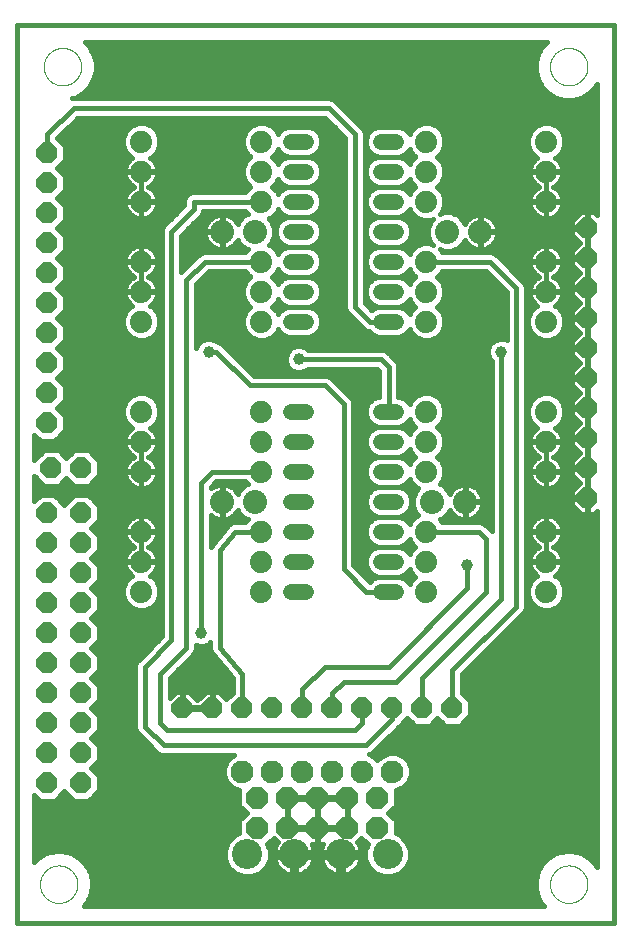
<source format=gbl>
G75*
%MOIN*%
%OFA0B0*%
%FSLAX25Y25*%
%IPPOS*%
%LPD*%
%AMOC8*
5,1,8,0,0,1.08239X$1,22.5*
%
%ADD10C,0.00000*%
%ADD11C,0.01600*%
%ADD12C,0.08000*%
%ADD13C,0.05200*%
%ADD14C,0.07400*%
%ADD15OC8,0.07000*%
%ADD16C,0.10039*%
%ADD17OC8,0.07400*%
%ADD18C,0.07600*%
%ADD19C,0.03962*%
D10*
X0016144Y0018050D02*
X0016146Y0018208D01*
X0016152Y0018365D01*
X0016162Y0018523D01*
X0016176Y0018680D01*
X0016194Y0018836D01*
X0016215Y0018993D01*
X0016241Y0019148D01*
X0016271Y0019303D01*
X0016304Y0019457D01*
X0016342Y0019610D01*
X0016383Y0019763D01*
X0016428Y0019914D01*
X0016477Y0020064D01*
X0016530Y0020212D01*
X0016586Y0020360D01*
X0016647Y0020505D01*
X0016710Y0020650D01*
X0016778Y0020792D01*
X0016849Y0020933D01*
X0016923Y0021072D01*
X0017001Y0021209D01*
X0017083Y0021344D01*
X0017167Y0021477D01*
X0017256Y0021608D01*
X0017347Y0021736D01*
X0017442Y0021863D01*
X0017539Y0021986D01*
X0017640Y0022108D01*
X0017744Y0022226D01*
X0017851Y0022342D01*
X0017961Y0022455D01*
X0018073Y0022566D01*
X0018189Y0022673D01*
X0018307Y0022778D01*
X0018427Y0022880D01*
X0018550Y0022978D01*
X0018676Y0023074D01*
X0018804Y0023166D01*
X0018934Y0023255D01*
X0019066Y0023341D01*
X0019201Y0023423D01*
X0019338Y0023502D01*
X0019476Y0023577D01*
X0019616Y0023649D01*
X0019759Y0023717D01*
X0019902Y0023782D01*
X0020048Y0023843D01*
X0020195Y0023900D01*
X0020343Y0023954D01*
X0020493Y0024004D01*
X0020643Y0024050D01*
X0020795Y0024092D01*
X0020948Y0024131D01*
X0021102Y0024165D01*
X0021257Y0024196D01*
X0021412Y0024222D01*
X0021568Y0024245D01*
X0021725Y0024264D01*
X0021882Y0024279D01*
X0022039Y0024290D01*
X0022197Y0024297D01*
X0022355Y0024300D01*
X0022512Y0024299D01*
X0022670Y0024294D01*
X0022827Y0024285D01*
X0022985Y0024272D01*
X0023141Y0024255D01*
X0023298Y0024234D01*
X0023453Y0024210D01*
X0023608Y0024181D01*
X0023763Y0024148D01*
X0023916Y0024112D01*
X0024069Y0024071D01*
X0024220Y0024027D01*
X0024370Y0023979D01*
X0024519Y0023928D01*
X0024667Y0023872D01*
X0024813Y0023813D01*
X0024958Y0023750D01*
X0025101Y0023683D01*
X0025242Y0023613D01*
X0025381Y0023540D01*
X0025519Y0023463D01*
X0025655Y0023382D01*
X0025788Y0023298D01*
X0025919Y0023211D01*
X0026048Y0023120D01*
X0026175Y0023026D01*
X0026300Y0022929D01*
X0026421Y0022829D01*
X0026541Y0022726D01*
X0026657Y0022620D01*
X0026771Y0022511D01*
X0026883Y0022399D01*
X0026991Y0022285D01*
X0027096Y0022167D01*
X0027199Y0022047D01*
X0027298Y0021925D01*
X0027394Y0021800D01*
X0027487Y0021672D01*
X0027577Y0021543D01*
X0027663Y0021411D01*
X0027747Y0021277D01*
X0027826Y0021141D01*
X0027903Y0021003D01*
X0027975Y0020863D01*
X0028044Y0020721D01*
X0028110Y0020578D01*
X0028172Y0020433D01*
X0028230Y0020286D01*
X0028285Y0020138D01*
X0028336Y0019989D01*
X0028383Y0019838D01*
X0028426Y0019687D01*
X0028465Y0019534D01*
X0028501Y0019380D01*
X0028532Y0019226D01*
X0028560Y0019071D01*
X0028584Y0018915D01*
X0028604Y0018758D01*
X0028620Y0018601D01*
X0028632Y0018444D01*
X0028640Y0018287D01*
X0028644Y0018129D01*
X0028644Y0017971D01*
X0028640Y0017813D01*
X0028632Y0017656D01*
X0028620Y0017499D01*
X0028604Y0017342D01*
X0028584Y0017185D01*
X0028560Y0017029D01*
X0028532Y0016874D01*
X0028501Y0016720D01*
X0028465Y0016566D01*
X0028426Y0016413D01*
X0028383Y0016262D01*
X0028336Y0016111D01*
X0028285Y0015962D01*
X0028230Y0015814D01*
X0028172Y0015667D01*
X0028110Y0015522D01*
X0028044Y0015379D01*
X0027975Y0015237D01*
X0027903Y0015097D01*
X0027826Y0014959D01*
X0027747Y0014823D01*
X0027663Y0014689D01*
X0027577Y0014557D01*
X0027487Y0014428D01*
X0027394Y0014300D01*
X0027298Y0014175D01*
X0027199Y0014053D01*
X0027096Y0013933D01*
X0026991Y0013815D01*
X0026883Y0013701D01*
X0026771Y0013589D01*
X0026657Y0013480D01*
X0026541Y0013374D01*
X0026421Y0013271D01*
X0026300Y0013171D01*
X0026175Y0013074D01*
X0026048Y0012980D01*
X0025919Y0012889D01*
X0025788Y0012802D01*
X0025655Y0012718D01*
X0025519Y0012637D01*
X0025381Y0012560D01*
X0025242Y0012487D01*
X0025101Y0012417D01*
X0024958Y0012350D01*
X0024813Y0012287D01*
X0024667Y0012228D01*
X0024519Y0012172D01*
X0024370Y0012121D01*
X0024220Y0012073D01*
X0024069Y0012029D01*
X0023916Y0011988D01*
X0023763Y0011952D01*
X0023608Y0011919D01*
X0023453Y0011890D01*
X0023298Y0011866D01*
X0023141Y0011845D01*
X0022985Y0011828D01*
X0022827Y0011815D01*
X0022670Y0011806D01*
X0022512Y0011801D01*
X0022355Y0011800D01*
X0022197Y0011803D01*
X0022039Y0011810D01*
X0021882Y0011821D01*
X0021725Y0011836D01*
X0021568Y0011855D01*
X0021412Y0011878D01*
X0021257Y0011904D01*
X0021102Y0011935D01*
X0020948Y0011969D01*
X0020795Y0012008D01*
X0020643Y0012050D01*
X0020493Y0012096D01*
X0020343Y0012146D01*
X0020195Y0012200D01*
X0020048Y0012257D01*
X0019902Y0012318D01*
X0019759Y0012383D01*
X0019616Y0012451D01*
X0019476Y0012523D01*
X0019338Y0012598D01*
X0019201Y0012677D01*
X0019066Y0012759D01*
X0018934Y0012845D01*
X0018804Y0012934D01*
X0018676Y0013026D01*
X0018550Y0013122D01*
X0018427Y0013220D01*
X0018307Y0013322D01*
X0018189Y0013427D01*
X0018073Y0013534D01*
X0017961Y0013645D01*
X0017851Y0013758D01*
X0017744Y0013874D01*
X0017640Y0013992D01*
X0017539Y0014114D01*
X0017442Y0014237D01*
X0017347Y0014364D01*
X0017256Y0014492D01*
X0017167Y0014623D01*
X0017083Y0014756D01*
X0017001Y0014891D01*
X0016923Y0015028D01*
X0016849Y0015167D01*
X0016778Y0015308D01*
X0016710Y0015450D01*
X0016647Y0015595D01*
X0016586Y0015740D01*
X0016530Y0015888D01*
X0016477Y0016036D01*
X0016428Y0016186D01*
X0016383Y0016337D01*
X0016342Y0016490D01*
X0016304Y0016643D01*
X0016271Y0016797D01*
X0016241Y0016952D01*
X0016215Y0017107D01*
X0016194Y0017264D01*
X0016176Y0017420D01*
X0016162Y0017577D01*
X0016152Y0017735D01*
X0016146Y0017892D01*
X0016144Y0018050D01*
X0186144Y0018050D02*
X0186146Y0018208D01*
X0186152Y0018365D01*
X0186162Y0018523D01*
X0186176Y0018680D01*
X0186194Y0018836D01*
X0186215Y0018993D01*
X0186241Y0019148D01*
X0186271Y0019303D01*
X0186304Y0019457D01*
X0186342Y0019610D01*
X0186383Y0019763D01*
X0186428Y0019914D01*
X0186477Y0020064D01*
X0186530Y0020212D01*
X0186586Y0020360D01*
X0186647Y0020505D01*
X0186710Y0020650D01*
X0186778Y0020792D01*
X0186849Y0020933D01*
X0186923Y0021072D01*
X0187001Y0021209D01*
X0187083Y0021344D01*
X0187167Y0021477D01*
X0187256Y0021608D01*
X0187347Y0021736D01*
X0187442Y0021863D01*
X0187539Y0021986D01*
X0187640Y0022108D01*
X0187744Y0022226D01*
X0187851Y0022342D01*
X0187961Y0022455D01*
X0188073Y0022566D01*
X0188189Y0022673D01*
X0188307Y0022778D01*
X0188427Y0022880D01*
X0188550Y0022978D01*
X0188676Y0023074D01*
X0188804Y0023166D01*
X0188934Y0023255D01*
X0189066Y0023341D01*
X0189201Y0023423D01*
X0189338Y0023502D01*
X0189476Y0023577D01*
X0189616Y0023649D01*
X0189759Y0023717D01*
X0189902Y0023782D01*
X0190048Y0023843D01*
X0190195Y0023900D01*
X0190343Y0023954D01*
X0190493Y0024004D01*
X0190643Y0024050D01*
X0190795Y0024092D01*
X0190948Y0024131D01*
X0191102Y0024165D01*
X0191257Y0024196D01*
X0191412Y0024222D01*
X0191568Y0024245D01*
X0191725Y0024264D01*
X0191882Y0024279D01*
X0192039Y0024290D01*
X0192197Y0024297D01*
X0192355Y0024300D01*
X0192512Y0024299D01*
X0192670Y0024294D01*
X0192827Y0024285D01*
X0192985Y0024272D01*
X0193141Y0024255D01*
X0193298Y0024234D01*
X0193453Y0024210D01*
X0193608Y0024181D01*
X0193763Y0024148D01*
X0193916Y0024112D01*
X0194069Y0024071D01*
X0194220Y0024027D01*
X0194370Y0023979D01*
X0194519Y0023928D01*
X0194667Y0023872D01*
X0194813Y0023813D01*
X0194958Y0023750D01*
X0195101Y0023683D01*
X0195242Y0023613D01*
X0195381Y0023540D01*
X0195519Y0023463D01*
X0195655Y0023382D01*
X0195788Y0023298D01*
X0195919Y0023211D01*
X0196048Y0023120D01*
X0196175Y0023026D01*
X0196300Y0022929D01*
X0196421Y0022829D01*
X0196541Y0022726D01*
X0196657Y0022620D01*
X0196771Y0022511D01*
X0196883Y0022399D01*
X0196991Y0022285D01*
X0197096Y0022167D01*
X0197199Y0022047D01*
X0197298Y0021925D01*
X0197394Y0021800D01*
X0197487Y0021672D01*
X0197577Y0021543D01*
X0197663Y0021411D01*
X0197747Y0021277D01*
X0197826Y0021141D01*
X0197903Y0021003D01*
X0197975Y0020863D01*
X0198044Y0020721D01*
X0198110Y0020578D01*
X0198172Y0020433D01*
X0198230Y0020286D01*
X0198285Y0020138D01*
X0198336Y0019989D01*
X0198383Y0019838D01*
X0198426Y0019687D01*
X0198465Y0019534D01*
X0198501Y0019380D01*
X0198532Y0019226D01*
X0198560Y0019071D01*
X0198584Y0018915D01*
X0198604Y0018758D01*
X0198620Y0018601D01*
X0198632Y0018444D01*
X0198640Y0018287D01*
X0198644Y0018129D01*
X0198644Y0017971D01*
X0198640Y0017813D01*
X0198632Y0017656D01*
X0198620Y0017499D01*
X0198604Y0017342D01*
X0198584Y0017185D01*
X0198560Y0017029D01*
X0198532Y0016874D01*
X0198501Y0016720D01*
X0198465Y0016566D01*
X0198426Y0016413D01*
X0198383Y0016262D01*
X0198336Y0016111D01*
X0198285Y0015962D01*
X0198230Y0015814D01*
X0198172Y0015667D01*
X0198110Y0015522D01*
X0198044Y0015379D01*
X0197975Y0015237D01*
X0197903Y0015097D01*
X0197826Y0014959D01*
X0197747Y0014823D01*
X0197663Y0014689D01*
X0197577Y0014557D01*
X0197487Y0014428D01*
X0197394Y0014300D01*
X0197298Y0014175D01*
X0197199Y0014053D01*
X0197096Y0013933D01*
X0196991Y0013815D01*
X0196883Y0013701D01*
X0196771Y0013589D01*
X0196657Y0013480D01*
X0196541Y0013374D01*
X0196421Y0013271D01*
X0196300Y0013171D01*
X0196175Y0013074D01*
X0196048Y0012980D01*
X0195919Y0012889D01*
X0195788Y0012802D01*
X0195655Y0012718D01*
X0195519Y0012637D01*
X0195381Y0012560D01*
X0195242Y0012487D01*
X0195101Y0012417D01*
X0194958Y0012350D01*
X0194813Y0012287D01*
X0194667Y0012228D01*
X0194519Y0012172D01*
X0194370Y0012121D01*
X0194220Y0012073D01*
X0194069Y0012029D01*
X0193916Y0011988D01*
X0193763Y0011952D01*
X0193608Y0011919D01*
X0193453Y0011890D01*
X0193298Y0011866D01*
X0193141Y0011845D01*
X0192985Y0011828D01*
X0192827Y0011815D01*
X0192670Y0011806D01*
X0192512Y0011801D01*
X0192355Y0011800D01*
X0192197Y0011803D01*
X0192039Y0011810D01*
X0191882Y0011821D01*
X0191725Y0011836D01*
X0191568Y0011855D01*
X0191412Y0011878D01*
X0191257Y0011904D01*
X0191102Y0011935D01*
X0190948Y0011969D01*
X0190795Y0012008D01*
X0190643Y0012050D01*
X0190493Y0012096D01*
X0190343Y0012146D01*
X0190195Y0012200D01*
X0190048Y0012257D01*
X0189902Y0012318D01*
X0189759Y0012383D01*
X0189616Y0012451D01*
X0189476Y0012523D01*
X0189338Y0012598D01*
X0189201Y0012677D01*
X0189066Y0012759D01*
X0188934Y0012845D01*
X0188804Y0012934D01*
X0188676Y0013026D01*
X0188550Y0013122D01*
X0188427Y0013220D01*
X0188307Y0013322D01*
X0188189Y0013427D01*
X0188073Y0013534D01*
X0187961Y0013645D01*
X0187851Y0013758D01*
X0187744Y0013874D01*
X0187640Y0013992D01*
X0187539Y0014114D01*
X0187442Y0014237D01*
X0187347Y0014364D01*
X0187256Y0014492D01*
X0187167Y0014623D01*
X0187083Y0014756D01*
X0187001Y0014891D01*
X0186923Y0015028D01*
X0186849Y0015167D01*
X0186778Y0015308D01*
X0186710Y0015450D01*
X0186647Y0015595D01*
X0186586Y0015740D01*
X0186530Y0015888D01*
X0186477Y0016036D01*
X0186428Y0016186D01*
X0186383Y0016337D01*
X0186342Y0016490D01*
X0186304Y0016643D01*
X0186271Y0016797D01*
X0186241Y0016952D01*
X0186215Y0017107D01*
X0186194Y0017264D01*
X0186176Y0017420D01*
X0186162Y0017577D01*
X0186152Y0017735D01*
X0186146Y0017892D01*
X0186144Y0018050D01*
X0186144Y0290550D02*
X0186146Y0290708D01*
X0186152Y0290865D01*
X0186162Y0291023D01*
X0186176Y0291180D01*
X0186194Y0291336D01*
X0186215Y0291493D01*
X0186241Y0291648D01*
X0186271Y0291803D01*
X0186304Y0291957D01*
X0186342Y0292110D01*
X0186383Y0292263D01*
X0186428Y0292414D01*
X0186477Y0292564D01*
X0186530Y0292712D01*
X0186586Y0292860D01*
X0186647Y0293005D01*
X0186710Y0293150D01*
X0186778Y0293292D01*
X0186849Y0293433D01*
X0186923Y0293572D01*
X0187001Y0293709D01*
X0187083Y0293844D01*
X0187167Y0293977D01*
X0187256Y0294108D01*
X0187347Y0294236D01*
X0187442Y0294363D01*
X0187539Y0294486D01*
X0187640Y0294608D01*
X0187744Y0294726D01*
X0187851Y0294842D01*
X0187961Y0294955D01*
X0188073Y0295066D01*
X0188189Y0295173D01*
X0188307Y0295278D01*
X0188427Y0295380D01*
X0188550Y0295478D01*
X0188676Y0295574D01*
X0188804Y0295666D01*
X0188934Y0295755D01*
X0189066Y0295841D01*
X0189201Y0295923D01*
X0189338Y0296002D01*
X0189476Y0296077D01*
X0189616Y0296149D01*
X0189759Y0296217D01*
X0189902Y0296282D01*
X0190048Y0296343D01*
X0190195Y0296400D01*
X0190343Y0296454D01*
X0190493Y0296504D01*
X0190643Y0296550D01*
X0190795Y0296592D01*
X0190948Y0296631D01*
X0191102Y0296665D01*
X0191257Y0296696D01*
X0191412Y0296722D01*
X0191568Y0296745D01*
X0191725Y0296764D01*
X0191882Y0296779D01*
X0192039Y0296790D01*
X0192197Y0296797D01*
X0192355Y0296800D01*
X0192512Y0296799D01*
X0192670Y0296794D01*
X0192827Y0296785D01*
X0192985Y0296772D01*
X0193141Y0296755D01*
X0193298Y0296734D01*
X0193453Y0296710D01*
X0193608Y0296681D01*
X0193763Y0296648D01*
X0193916Y0296612D01*
X0194069Y0296571D01*
X0194220Y0296527D01*
X0194370Y0296479D01*
X0194519Y0296428D01*
X0194667Y0296372D01*
X0194813Y0296313D01*
X0194958Y0296250D01*
X0195101Y0296183D01*
X0195242Y0296113D01*
X0195381Y0296040D01*
X0195519Y0295963D01*
X0195655Y0295882D01*
X0195788Y0295798D01*
X0195919Y0295711D01*
X0196048Y0295620D01*
X0196175Y0295526D01*
X0196300Y0295429D01*
X0196421Y0295329D01*
X0196541Y0295226D01*
X0196657Y0295120D01*
X0196771Y0295011D01*
X0196883Y0294899D01*
X0196991Y0294785D01*
X0197096Y0294667D01*
X0197199Y0294547D01*
X0197298Y0294425D01*
X0197394Y0294300D01*
X0197487Y0294172D01*
X0197577Y0294043D01*
X0197663Y0293911D01*
X0197747Y0293777D01*
X0197826Y0293641D01*
X0197903Y0293503D01*
X0197975Y0293363D01*
X0198044Y0293221D01*
X0198110Y0293078D01*
X0198172Y0292933D01*
X0198230Y0292786D01*
X0198285Y0292638D01*
X0198336Y0292489D01*
X0198383Y0292338D01*
X0198426Y0292187D01*
X0198465Y0292034D01*
X0198501Y0291880D01*
X0198532Y0291726D01*
X0198560Y0291571D01*
X0198584Y0291415D01*
X0198604Y0291258D01*
X0198620Y0291101D01*
X0198632Y0290944D01*
X0198640Y0290787D01*
X0198644Y0290629D01*
X0198644Y0290471D01*
X0198640Y0290313D01*
X0198632Y0290156D01*
X0198620Y0289999D01*
X0198604Y0289842D01*
X0198584Y0289685D01*
X0198560Y0289529D01*
X0198532Y0289374D01*
X0198501Y0289220D01*
X0198465Y0289066D01*
X0198426Y0288913D01*
X0198383Y0288762D01*
X0198336Y0288611D01*
X0198285Y0288462D01*
X0198230Y0288314D01*
X0198172Y0288167D01*
X0198110Y0288022D01*
X0198044Y0287879D01*
X0197975Y0287737D01*
X0197903Y0287597D01*
X0197826Y0287459D01*
X0197747Y0287323D01*
X0197663Y0287189D01*
X0197577Y0287057D01*
X0197487Y0286928D01*
X0197394Y0286800D01*
X0197298Y0286675D01*
X0197199Y0286553D01*
X0197096Y0286433D01*
X0196991Y0286315D01*
X0196883Y0286201D01*
X0196771Y0286089D01*
X0196657Y0285980D01*
X0196541Y0285874D01*
X0196421Y0285771D01*
X0196300Y0285671D01*
X0196175Y0285574D01*
X0196048Y0285480D01*
X0195919Y0285389D01*
X0195788Y0285302D01*
X0195655Y0285218D01*
X0195519Y0285137D01*
X0195381Y0285060D01*
X0195242Y0284987D01*
X0195101Y0284917D01*
X0194958Y0284850D01*
X0194813Y0284787D01*
X0194667Y0284728D01*
X0194519Y0284672D01*
X0194370Y0284621D01*
X0194220Y0284573D01*
X0194069Y0284529D01*
X0193916Y0284488D01*
X0193763Y0284452D01*
X0193608Y0284419D01*
X0193453Y0284390D01*
X0193298Y0284366D01*
X0193141Y0284345D01*
X0192985Y0284328D01*
X0192827Y0284315D01*
X0192670Y0284306D01*
X0192512Y0284301D01*
X0192355Y0284300D01*
X0192197Y0284303D01*
X0192039Y0284310D01*
X0191882Y0284321D01*
X0191725Y0284336D01*
X0191568Y0284355D01*
X0191412Y0284378D01*
X0191257Y0284404D01*
X0191102Y0284435D01*
X0190948Y0284469D01*
X0190795Y0284508D01*
X0190643Y0284550D01*
X0190493Y0284596D01*
X0190343Y0284646D01*
X0190195Y0284700D01*
X0190048Y0284757D01*
X0189902Y0284818D01*
X0189759Y0284883D01*
X0189616Y0284951D01*
X0189476Y0285023D01*
X0189338Y0285098D01*
X0189201Y0285177D01*
X0189066Y0285259D01*
X0188934Y0285345D01*
X0188804Y0285434D01*
X0188676Y0285526D01*
X0188550Y0285622D01*
X0188427Y0285720D01*
X0188307Y0285822D01*
X0188189Y0285927D01*
X0188073Y0286034D01*
X0187961Y0286145D01*
X0187851Y0286258D01*
X0187744Y0286374D01*
X0187640Y0286492D01*
X0187539Y0286614D01*
X0187442Y0286737D01*
X0187347Y0286864D01*
X0187256Y0286992D01*
X0187167Y0287123D01*
X0187083Y0287256D01*
X0187001Y0287391D01*
X0186923Y0287528D01*
X0186849Y0287667D01*
X0186778Y0287808D01*
X0186710Y0287950D01*
X0186647Y0288095D01*
X0186586Y0288240D01*
X0186530Y0288388D01*
X0186477Y0288536D01*
X0186428Y0288686D01*
X0186383Y0288837D01*
X0186342Y0288990D01*
X0186304Y0289143D01*
X0186271Y0289297D01*
X0186241Y0289452D01*
X0186215Y0289607D01*
X0186194Y0289764D01*
X0186176Y0289920D01*
X0186162Y0290077D01*
X0186152Y0290235D01*
X0186146Y0290392D01*
X0186144Y0290550D01*
X0017394Y0290550D02*
X0017396Y0290708D01*
X0017402Y0290865D01*
X0017412Y0291023D01*
X0017426Y0291180D01*
X0017444Y0291336D01*
X0017465Y0291493D01*
X0017491Y0291648D01*
X0017521Y0291803D01*
X0017554Y0291957D01*
X0017592Y0292110D01*
X0017633Y0292263D01*
X0017678Y0292414D01*
X0017727Y0292564D01*
X0017780Y0292712D01*
X0017836Y0292860D01*
X0017897Y0293005D01*
X0017960Y0293150D01*
X0018028Y0293292D01*
X0018099Y0293433D01*
X0018173Y0293572D01*
X0018251Y0293709D01*
X0018333Y0293844D01*
X0018417Y0293977D01*
X0018506Y0294108D01*
X0018597Y0294236D01*
X0018692Y0294363D01*
X0018789Y0294486D01*
X0018890Y0294608D01*
X0018994Y0294726D01*
X0019101Y0294842D01*
X0019211Y0294955D01*
X0019323Y0295066D01*
X0019439Y0295173D01*
X0019557Y0295278D01*
X0019677Y0295380D01*
X0019800Y0295478D01*
X0019926Y0295574D01*
X0020054Y0295666D01*
X0020184Y0295755D01*
X0020316Y0295841D01*
X0020451Y0295923D01*
X0020588Y0296002D01*
X0020726Y0296077D01*
X0020866Y0296149D01*
X0021009Y0296217D01*
X0021152Y0296282D01*
X0021298Y0296343D01*
X0021445Y0296400D01*
X0021593Y0296454D01*
X0021743Y0296504D01*
X0021893Y0296550D01*
X0022045Y0296592D01*
X0022198Y0296631D01*
X0022352Y0296665D01*
X0022507Y0296696D01*
X0022662Y0296722D01*
X0022818Y0296745D01*
X0022975Y0296764D01*
X0023132Y0296779D01*
X0023289Y0296790D01*
X0023447Y0296797D01*
X0023605Y0296800D01*
X0023762Y0296799D01*
X0023920Y0296794D01*
X0024077Y0296785D01*
X0024235Y0296772D01*
X0024391Y0296755D01*
X0024548Y0296734D01*
X0024703Y0296710D01*
X0024858Y0296681D01*
X0025013Y0296648D01*
X0025166Y0296612D01*
X0025319Y0296571D01*
X0025470Y0296527D01*
X0025620Y0296479D01*
X0025769Y0296428D01*
X0025917Y0296372D01*
X0026063Y0296313D01*
X0026208Y0296250D01*
X0026351Y0296183D01*
X0026492Y0296113D01*
X0026631Y0296040D01*
X0026769Y0295963D01*
X0026905Y0295882D01*
X0027038Y0295798D01*
X0027169Y0295711D01*
X0027298Y0295620D01*
X0027425Y0295526D01*
X0027550Y0295429D01*
X0027671Y0295329D01*
X0027791Y0295226D01*
X0027907Y0295120D01*
X0028021Y0295011D01*
X0028133Y0294899D01*
X0028241Y0294785D01*
X0028346Y0294667D01*
X0028449Y0294547D01*
X0028548Y0294425D01*
X0028644Y0294300D01*
X0028737Y0294172D01*
X0028827Y0294043D01*
X0028913Y0293911D01*
X0028997Y0293777D01*
X0029076Y0293641D01*
X0029153Y0293503D01*
X0029225Y0293363D01*
X0029294Y0293221D01*
X0029360Y0293078D01*
X0029422Y0292933D01*
X0029480Y0292786D01*
X0029535Y0292638D01*
X0029586Y0292489D01*
X0029633Y0292338D01*
X0029676Y0292187D01*
X0029715Y0292034D01*
X0029751Y0291880D01*
X0029782Y0291726D01*
X0029810Y0291571D01*
X0029834Y0291415D01*
X0029854Y0291258D01*
X0029870Y0291101D01*
X0029882Y0290944D01*
X0029890Y0290787D01*
X0029894Y0290629D01*
X0029894Y0290471D01*
X0029890Y0290313D01*
X0029882Y0290156D01*
X0029870Y0289999D01*
X0029854Y0289842D01*
X0029834Y0289685D01*
X0029810Y0289529D01*
X0029782Y0289374D01*
X0029751Y0289220D01*
X0029715Y0289066D01*
X0029676Y0288913D01*
X0029633Y0288762D01*
X0029586Y0288611D01*
X0029535Y0288462D01*
X0029480Y0288314D01*
X0029422Y0288167D01*
X0029360Y0288022D01*
X0029294Y0287879D01*
X0029225Y0287737D01*
X0029153Y0287597D01*
X0029076Y0287459D01*
X0028997Y0287323D01*
X0028913Y0287189D01*
X0028827Y0287057D01*
X0028737Y0286928D01*
X0028644Y0286800D01*
X0028548Y0286675D01*
X0028449Y0286553D01*
X0028346Y0286433D01*
X0028241Y0286315D01*
X0028133Y0286201D01*
X0028021Y0286089D01*
X0027907Y0285980D01*
X0027791Y0285874D01*
X0027671Y0285771D01*
X0027550Y0285671D01*
X0027425Y0285574D01*
X0027298Y0285480D01*
X0027169Y0285389D01*
X0027038Y0285302D01*
X0026905Y0285218D01*
X0026769Y0285137D01*
X0026631Y0285060D01*
X0026492Y0284987D01*
X0026351Y0284917D01*
X0026208Y0284850D01*
X0026063Y0284787D01*
X0025917Y0284728D01*
X0025769Y0284672D01*
X0025620Y0284621D01*
X0025470Y0284573D01*
X0025319Y0284529D01*
X0025166Y0284488D01*
X0025013Y0284452D01*
X0024858Y0284419D01*
X0024703Y0284390D01*
X0024548Y0284366D01*
X0024391Y0284345D01*
X0024235Y0284328D01*
X0024077Y0284315D01*
X0023920Y0284306D01*
X0023762Y0284301D01*
X0023605Y0284300D01*
X0023447Y0284303D01*
X0023289Y0284310D01*
X0023132Y0284321D01*
X0022975Y0284336D01*
X0022818Y0284355D01*
X0022662Y0284378D01*
X0022507Y0284404D01*
X0022352Y0284435D01*
X0022198Y0284469D01*
X0022045Y0284508D01*
X0021893Y0284550D01*
X0021743Y0284596D01*
X0021593Y0284646D01*
X0021445Y0284700D01*
X0021298Y0284757D01*
X0021152Y0284818D01*
X0021009Y0284883D01*
X0020866Y0284951D01*
X0020726Y0285023D01*
X0020588Y0285098D01*
X0020451Y0285177D01*
X0020316Y0285259D01*
X0020184Y0285345D01*
X0020054Y0285434D01*
X0019926Y0285526D01*
X0019800Y0285622D01*
X0019677Y0285720D01*
X0019557Y0285822D01*
X0019439Y0285927D01*
X0019323Y0286034D01*
X0019211Y0286145D01*
X0019101Y0286258D01*
X0018994Y0286374D01*
X0018890Y0286492D01*
X0018789Y0286614D01*
X0018692Y0286737D01*
X0018597Y0286864D01*
X0018506Y0286992D01*
X0018417Y0287123D01*
X0018333Y0287256D01*
X0018251Y0287391D01*
X0018173Y0287528D01*
X0018099Y0287667D01*
X0018028Y0287808D01*
X0017960Y0287950D01*
X0017897Y0288095D01*
X0017836Y0288240D01*
X0017780Y0288388D01*
X0017727Y0288536D01*
X0017678Y0288686D01*
X0017633Y0288837D01*
X0017592Y0288990D01*
X0017554Y0289143D01*
X0017521Y0289297D01*
X0017491Y0289452D01*
X0017465Y0289607D01*
X0017444Y0289764D01*
X0017426Y0289920D01*
X0017412Y0290077D01*
X0017402Y0290235D01*
X0017396Y0290392D01*
X0017394Y0290550D01*
D11*
X0008644Y0304398D02*
X0008644Y0005107D01*
X0207463Y0005107D01*
X0207463Y0304398D01*
X0008644Y0304398D01*
X0026965Y0280000D02*
X0027909Y0280253D01*
X0030429Y0281708D01*
X0032486Y0283765D01*
X0033941Y0286285D01*
X0034694Y0289095D01*
X0034694Y0292005D01*
X0033941Y0294815D01*
X0032486Y0297335D01*
X0031023Y0298798D01*
X0185016Y0298798D01*
X0183552Y0297335D01*
X0182097Y0294815D01*
X0181344Y0292005D01*
X0181344Y0289095D01*
X0182097Y0286285D01*
X0183552Y0283765D01*
X0185609Y0281708D01*
X0188129Y0280253D01*
X0190939Y0279500D01*
X0193849Y0279500D01*
X0196659Y0280253D01*
X0199179Y0281708D01*
X0201236Y0283765D01*
X0201863Y0284851D01*
X0201863Y0241076D01*
X0200840Y0242100D01*
X0198844Y0242100D01*
X0198844Y0237000D01*
X0198444Y0237000D01*
X0198444Y0236600D01*
X0193344Y0236600D01*
X0193344Y0234605D01*
X0196149Y0231800D01*
X0193344Y0228995D01*
X0193344Y0227000D01*
X0198444Y0227000D01*
X0198444Y0226600D01*
X0193344Y0226600D01*
X0193344Y0224605D01*
X0196149Y0221800D01*
X0193344Y0218995D01*
X0193344Y0217000D01*
X0198444Y0217000D01*
X0198444Y0216600D01*
X0193344Y0216600D01*
X0193344Y0214605D01*
X0196149Y0211800D01*
X0193344Y0208995D01*
X0193344Y0207000D01*
X0198444Y0207000D01*
X0198444Y0206600D01*
X0193344Y0206600D01*
X0193344Y0204605D01*
X0196149Y0201800D01*
X0193344Y0198995D01*
X0193344Y0197000D01*
X0198444Y0197000D01*
X0198444Y0196600D01*
X0193344Y0196600D01*
X0193344Y0194605D01*
X0196149Y0191800D01*
X0193344Y0188995D01*
X0193344Y0187000D01*
X0198444Y0187000D01*
X0198444Y0186600D01*
X0193344Y0186600D01*
X0193344Y0184605D01*
X0196149Y0181800D01*
X0193344Y0178995D01*
X0193344Y0177000D01*
X0198444Y0177000D01*
X0198444Y0176600D01*
X0193344Y0176600D01*
X0193344Y0174605D01*
X0196149Y0171800D01*
X0193344Y0168995D01*
X0193344Y0167000D01*
X0198444Y0167000D01*
X0198444Y0166600D01*
X0193344Y0166600D01*
X0193344Y0164605D01*
X0196149Y0161800D01*
X0193344Y0158995D01*
X0193344Y0157000D01*
X0198444Y0157000D01*
X0198444Y0156600D01*
X0193344Y0156600D01*
X0193344Y0154605D01*
X0196149Y0151800D01*
X0193344Y0148995D01*
X0193344Y0147000D01*
X0198444Y0147000D01*
X0198444Y0146600D01*
X0193344Y0146600D01*
X0193344Y0144605D01*
X0196449Y0141500D01*
X0198444Y0141500D01*
X0198444Y0146600D01*
X0198844Y0146600D01*
X0198844Y0141500D01*
X0200840Y0141500D01*
X0201863Y0142524D01*
X0201863Y0023749D01*
X0201236Y0024835D01*
X0199179Y0026892D01*
X0196659Y0028347D01*
X0193849Y0029100D01*
X0190939Y0029100D01*
X0188129Y0028347D01*
X0185609Y0026892D01*
X0183552Y0024835D01*
X0182097Y0022315D01*
X0181344Y0019505D01*
X0181344Y0016595D01*
X0182097Y0013785D01*
X0183552Y0011265D01*
X0184110Y0010707D01*
X0030678Y0010707D01*
X0031236Y0011265D01*
X0032691Y0013785D01*
X0033444Y0016595D01*
X0033444Y0019505D01*
X0032691Y0022315D01*
X0031236Y0024835D01*
X0029179Y0026892D01*
X0026659Y0028347D01*
X0023849Y0029100D01*
X0020939Y0029100D01*
X0018129Y0028347D01*
X0015609Y0026892D01*
X0014244Y0025527D01*
X0014244Y0047856D01*
X0016200Y0045900D01*
X0021088Y0045900D01*
X0024269Y0049081D01*
X0027450Y0045900D01*
X0032338Y0045900D01*
X0035794Y0049356D01*
X0035794Y0054244D01*
X0033238Y0056800D01*
X0035794Y0059356D01*
X0035794Y0064244D01*
X0033238Y0066800D01*
X0035794Y0069356D01*
X0035794Y0074244D01*
X0033238Y0076800D01*
X0035794Y0079356D01*
X0035794Y0084244D01*
X0033238Y0086800D01*
X0035794Y0089356D01*
X0035794Y0094244D01*
X0033238Y0096800D01*
X0035794Y0099356D01*
X0035794Y0104244D01*
X0033238Y0106800D01*
X0035794Y0109356D01*
X0035794Y0114244D01*
X0033238Y0116800D01*
X0035794Y0119356D01*
X0035794Y0124244D01*
X0033238Y0126800D01*
X0035794Y0129356D01*
X0035794Y0134244D01*
X0033238Y0136800D01*
X0035794Y0139356D01*
X0035794Y0144244D01*
X0032338Y0147700D01*
X0027450Y0147700D01*
X0024269Y0144519D01*
X0021088Y0147700D01*
X0016200Y0147700D01*
X0014244Y0145744D01*
X0014244Y0154106D01*
X0017450Y0150900D01*
X0022338Y0150900D01*
X0024894Y0153456D01*
X0027450Y0150900D01*
X0032338Y0150900D01*
X0035794Y0154356D01*
X0035794Y0159244D01*
X0032338Y0162700D01*
X0027450Y0162700D01*
X0024894Y0160144D01*
X0022338Y0162700D01*
X0017450Y0162700D01*
X0014244Y0159494D01*
X0014244Y0167856D01*
X0016200Y0165900D01*
X0021088Y0165900D01*
X0024544Y0169356D01*
X0024544Y0174244D01*
X0021988Y0176800D01*
X0024544Y0179356D01*
X0024544Y0184244D01*
X0021988Y0186800D01*
X0024544Y0189356D01*
X0024544Y0194244D01*
X0021988Y0196800D01*
X0024544Y0199356D01*
X0024544Y0204244D01*
X0021988Y0206800D01*
X0024544Y0209356D01*
X0024544Y0214244D01*
X0021988Y0216800D01*
X0024544Y0219356D01*
X0024544Y0224244D01*
X0021988Y0226800D01*
X0024544Y0229356D01*
X0024544Y0234244D01*
X0021988Y0236800D01*
X0024544Y0239356D01*
X0024544Y0244244D01*
X0021988Y0246800D01*
X0024544Y0249356D01*
X0024544Y0254244D01*
X0021988Y0256800D01*
X0024544Y0259356D01*
X0024544Y0264244D01*
X0021954Y0266834D01*
X0028720Y0273600D01*
X0111069Y0273600D01*
X0117944Y0266725D01*
X0117944Y0209913D01*
X0118431Y0208737D01*
X0123431Y0203737D01*
X0124332Y0202837D01*
X0125508Y0202350D01*
X0125923Y0202350D01*
X0126962Y0201311D01*
X0128800Y0200550D01*
X0135989Y0200550D01*
X0137826Y0201311D01*
X0139233Y0202718D01*
X0139349Y0202998D01*
X0139723Y0202095D01*
X0141439Y0200379D01*
X0143681Y0199450D01*
X0146108Y0199450D01*
X0148350Y0200379D01*
X0150066Y0202095D01*
X0150994Y0204337D01*
X0150994Y0206763D01*
X0150066Y0209005D01*
X0148521Y0210550D01*
X0150066Y0212095D01*
X0150994Y0214337D01*
X0150994Y0216763D01*
X0150066Y0219005D01*
X0148521Y0220550D01*
X0150066Y0222095D01*
X0150171Y0222350D01*
X0164819Y0222350D01*
X0171694Y0215475D01*
X0171694Y0199546D01*
X0170766Y0199931D01*
X0169023Y0199931D01*
X0167412Y0199264D01*
X0166180Y0198032D01*
X0165513Y0196421D01*
X0165513Y0194679D01*
X0166180Y0193068D01*
X0166694Y0192554D01*
X0166694Y0135775D01*
X0165107Y0137363D01*
X0164207Y0138263D01*
X0163031Y0138750D01*
X0150171Y0138750D01*
X0150066Y0139005D01*
X0149407Y0139664D01*
X0150520Y0140124D01*
X0152320Y0141925D01*
X0152729Y0142912D01*
X0152934Y0142510D01*
X0153470Y0141772D01*
X0154116Y0141126D01*
X0154854Y0140589D01*
X0155668Y0140175D01*
X0156536Y0139893D01*
X0157438Y0139750D01*
X0157694Y0139750D01*
X0157694Y0145350D01*
X0158094Y0145350D01*
X0158094Y0139750D01*
X0158351Y0139750D01*
X0159252Y0139893D01*
X0160121Y0140175D01*
X0160934Y0140589D01*
X0161673Y0141126D01*
X0162318Y0141772D01*
X0162855Y0142510D01*
X0163269Y0143324D01*
X0163551Y0144192D01*
X0163694Y0145094D01*
X0163694Y0145350D01*
X0158094Y0145350D01*
X0158094Y0145750D01*
X0157694Y0145750D01*
X0157694Y0151350D01*
X0157438Y0151350D01*
X0156536Y0151207D01*
X0155668Y0150925D01*
X0154854Y0150511D01*
X0154116Y0149974D01*
X0153470Y0149328D01*
X0152934Y0148590D01*
X0152729Y0148188D01*
X0152320Y0149175D01*
X0150520Y0150976D01*
X0149407Y0151436D01*
X0150066Y0152095D01*
X0150994Y0154337D01*
X0150994Y0156763D01*
X0150066Y0159005D01*
X0148521Y0160550D01*
X0150066Y0162095D01*
X0150994Y0164337D01*
X0150994Y0166763D01*
X0150066Y0169005D01*
X0148521Y0170550D01*
X0150066Y0172095D01*
X0150994Y0174337D01*
X0150994Y0176763D01*
X0150066Y0179005D01*
X0148350Y0180721D01*
X0146108Y0181650D01*
X0143681Y0181650D01*
X0141439Y0180721D01*
X0139723Y0179005D01*
X0139349Y0178102D01*
X0139233Y0178382D01*
X0137826Y0179789D01*
X0135989Y0180550D01*
X0135594Y0180550D01*
X0135594Y0191187D01*
X0135107Y0192363D01*
X0134207Y0193263D01*
X0131707Y0195763D01*
X0130531Y0196250D01*
X0105390Y0196250D01*
X0104876Y0196764D01*
X0103266Y0197431D01*
X0101523Y0197431D01*
X0099912Y0196764D01*
X0098680Y0195532D01*
X0098013Y0193921D01*
X0098013Y0192179D01*
X0098680Y0190568D01*
X0099912Y0189336D01*
X0101523Y0188669D01*
X0103266Y0188669D01*
X0104876Y0189336D01*
X0105390Y0189850D01*
X0128569Y0189850D01*
X0129194Y0189225D01*
X0129194Y0180550D01*
X0128800Y0180550D01*
X0126962Y0179789D01*
X0125555Y0178382D01*
X0124794Y0176545D01*
X0124794Y0174555D01*
X0125555Y0172718D01*
X0126962Y0171311D01*
X0128800Y0170550D01*
X0126962Y0169789D01*
X0125555Y0168382D01*
X0124794Y0166545D01*
X0124794Y0164555D01*
X0125555Y0162718D01*
X0126962Y0161311D01*
X0128800Y0160550D01*
X0126962Y0159789D01*
X0125555Y0158382D01*
X0124794Y0156545D01*
X0124794Y0154555D01*
X0125555Y0152718D01*
X0126962Y0151311D01*
X0128800Y0150550D01*
X0126962Y0149789D01*
X0125555Y0148382D01*
X0124794Y0146545D01*
X0124794Y0144555D01*
X0125555Y0142718D01*
X0126962Y0141311D01*
X0128800Y0140550D01*
X0135989Y0140550D01*
X0137826Y0141311D01*
X0139233Y0142718D01*
X0139994Y0144555D01*
X0139994Y0146545D01*
X0139233Y0148382D01*
X0137826Y0149789D01*
X0135989Y0150550D01*
X0128800Y0150550D01*
X0135989Y0150550D01*
X0137826Y0151311D01*
X0139233Y0152718D01*
X0139349Y0152998D01*
X0139723Y0152095D01*
X0141439Y0150379D01*
X0142311Y0150018D01*
X0141469Y0149175D01*
X0140494Y0146823D01*
X0140494Y0144277D01*
X0141469Y0141925D01*
X0142311Y0141082D01*
X0141439Y0140721D01*
X0139723Y0139005D01*
X0139349Y0138102D01*
X0139233Y0138382D01*
X0137826Y0139789D01*
X0135989Y0140550D01*
X0128800Y0140550D01*
X0126962Y0139789D01*
X0125555Y0138382D01*
X0124794Y0136545D01*
X0124794Y0134555D01*
X0125555Y0132718D01*
X0126962Y0131311D01*
X0128800Y0130550D01*
X0126962Y0129789D01*
X0125555Y0128382D01*
X0124794Y0126545D01*
X0124794Y0124555D01*
X0125555Y0122718D01*
X0126962Y0121311D01*
X0128800Y0120550D01*
X0126962Y0119789D01*
X0126071Y0118898D01*
X0120594Y0124375D01*
X0120594Y0178687D01*
X0120107Y0179863D01*
X0119207Y0180763D01*
X0112957Y0187013D01*
X0111781Y0187500D01*
X0087470Y0187500D01*
X0076707Y0198263D01*
X0075531Y0198750D01*
X0075390Y0198750D01*
X0074876Y0199264D01*
X0073266Y0199931D01*
X0071523Y0199931D01*
X0069912Y0199264D01*
X0068680Y0198032D01*
X0068094Y0196617D01*
X0068094Y0217975D01*
X0072470Y0222350D01*
X0084617Y0222350D01*
X0084723Y0222095D01*
X0086267Y0220550D01*
X0084723Y0219005D01*
X0083794Y0216763D01*
X0083794Y0214337D01*
X0084723Y0212095D01*
X0086267Y0210550D01*
X0084723Y0209005D01*
X0083794Y0206763D01*
X0083794Y0204337D01*
X0084723Y0202095D01*
X0086439Y0200379D01*
X0088681Y0199450D01*
X0091108Y0199450D01*
X0093350Y0200379D01*
X0095066Y0202095D01*
X0095440Y0202998D01*
X0095555Y0202718D01*
X0096962Y0201311D01*
X0098800Y0200550D01*
X0105989Y0200550D01*
X0107826Y0201311D01*
X0109233Y0202718D01*
X0109994Y0204555D01*
X0109994Y0206545D01*
X0109233Y0208382D01*
X0107826Y0209789D01*
X0105989Y0210550D01*
X0107826Y0211311D01*
X0109233Y0212718D01*
X0109994Y0214555D01*
X0109994Y0216545D01*
X0109233Y0218382D01*
X0107826Y0219789D01*
X0105989Y0220550D01*
X0107826Y0221311D01*
X0109233Y0222718D01*
X0109994Y0224555D01*
X0109994Y0226545D01*
X0109233Y0228382D01*
X0107826Y0229789D01*
X0105989Y0230550D01*
X0107826Y0231311D01*
X0109233Y0232718D01*
X0109994Y0234555D01*
X0109994Y0236545D01*
X0109233Y0238382D01*
X0107826Y0239789D01*
X0105989Y0240550D01*
X0098800Y0240550D01*
X0096962Y0239789D01*
X0095555Y0238382D01*
X0094794Y0236545D01*
X0094794Y0234555D01*
X0095555Y0232718D01*
X0096962Y0231311D01*
X0098800Y0230550D01*
X0105989Y0230550D01*
X0098800Y0230550D01*
X0096962Y0229789D01*
X0095555Y0228382D01*
X0095440Y0228102D01*
X0095066Y0229005D01*
X0093350Y0230721D01*
X0092478Y0231082D01*
X0093320Y0231925D01*
X0094294Y0234277D01*
X0094294Y0236823D01*
X0093320Y0239175D01*
X0092478Y0240018D01*
X0093350Y0240379D01*
X0095066Y0242095D01*
X0095440Y0242998D01*
X0095555Y0242718D01*
X0096962Y0241311D01*
X0098800Y0240550D01*
X0105989Y0240550D01*
X0107826Y0241311D01*
X0109233Y0242718D01*
X0109994Y0244555D01*
X0109994Y0246545D01*
X0109233Y0248382D01*
X0107826Y0249789D01*
X0105989Y0250550D01*
X0107826Y0251311D01*
X0109233Y0252718D01*
X0109994Y0254555D01*
X0109994Y0256545D01*
X0109233Y0258382D01*
X0107826Y0259789D01*
X0105989Y0260550D01*
X0107826Y0261311D01*
X0109233Y0262718D01*
X0109994Y0264555D01*
X0109994Y0266545D01*
X0109233Y0268382D01*
X0107826Y0269789D01*
X0105989Y0270550D01*
X0098800Y0270550D01*
X0096962Y0269789D01*
X0095555Y0268382D01*
X0095440Y0268102D01*
X0095066Y0269005D01*
X0093350Y0270721D01*
X0091108Y0271650D01*
X0088681Y0271650D01*
X0086439Y0270721D01*
X0084723Y0269005D01*
X0083794Y0266763D01*
X0083794Y0264337D01*
X0084723Y0262095D01*
X0086267Y0260550D01*
X0084723Y0259005D01*
X0083794Y0256763D01*
X0083794Y0254337D01*
X0084723Y0252095D01*
X0086267Y0250550D01*
X0084723Y0249005D01*
X0084617Y0248750D01*
X0066758Y0248750D01*
X0065582Y0248263D01*
X0064681Y0247363D01*
X0064194Y0246187D01*
X0064194Y0244375D01*
X0057181Y0237363D01*
X0056694Y0236187D01*
X0056694Y0100625D01*
X0049332Y0093263D01*
X0048431Y0092363D01*
X0047944Y0091187D01*
X0047944Y0069913D01*
X0048431Y0068737D01*
X0049332Y0067837D01*
X0055582Y0061587D01*
X0056758Y0061100D01*
X0080842Y0061100D01*
X0080132Y0060806D01*
X0078388Y0059062D01*
X0077444Y0056783D01*
X0077444Y0054317D01*
X0078388Y0052038D01*
X0080132Y0050294D01*
X0082411Y0049350D01*
X0082568Y0049350D01*
X0082544Y0049327D01*
X0082544Y0044273D01*
X0085018Y0041800D01*
X0082544Y0039327D01*
X0082544Y0034957D01*
X0081055Y0034340D01*
X0078968Y0032253D01*
X0077839Y0029526D01*
X0077839Y0026574D01*
X0078968Y0023847D01*
X0081055Y0021760D01*
X0083782Y0020630D01*
X0086734Y0020630D01*
X0089461Y0021760D01*
X0091548Y0023847D01*
X0092678Y0026574D01*
X0092678Y0029526D01*
X0091893Y0031422D01*
X0094068Y0033598D01*
X0095450Y0032216D01*
X0095166Y0031847D01*
X0094719Y0031073D01*
X0094377Y0030247D01*
X0094146Y0029383D01*
X0094076Y0028850D01*
X0100049Y0028850D01*
X0100049Y0027250D01*
X0101649Y0027250D01*
X0101649Y0028850D01*
X0107622Y0028850D01*
X0107552Y0029383D01*
X0107321Y0030247D01*
X0106978Y0031073D01*
X0106847Y0031300D01*
X0108444Y0031300D01*
X0108444Y0036600D01*
X0104144Y0036600D01*
X0098844Y0036600D01*
X0098844Y0037000D01*
X0098444Y0037000D01*
X0098444Y0042300D01*
X0098444Y0046600D01*
X0098844Y0046600D01*
X0098844Y0037000D01*
X0108444Y0037000D01*
X0108444Y0036600D01*
X0108844Y0036600D01*
X0108844Y0031300D01*
X0110441Y0031300D01*
X0110310Y0031073D01*
X0109968Y0030247D01*
X0109736Y0029383D01*
X0109666Y0028850D01*
X0115639Y0028850D01*
X0115639Y0027250D01*
X0109666Y0027250D01*
X0109736Y0026717D01*
X0109968Y0025853D01*
X0110310Y0025027D01*
X0110757Y0024253D01*
X0111301Y0023544D01*
X0111933Y0022912D01*
X0112643Y0022367D01*
X0113417Y0021920D01*
X0114243Y0021578D01*
X0115106Y0021347D01*
X0115639Y0021277D01*
X0115639Y0027250D01*
X0117239Y0027250D01*
X0117239Y0021277D01*
X0117773Y0021347D01*
X0118636Y0021578D01*
X0119462Y0021920D01*
X0120236Y0022367D01*
X0120946Y0022912D01*
X0121578Y0023544D01*
X0122122Y0024253D01*
X0122569Y0025027D01*
X0122911Y0025853D01*
X0123142Y0026717D01*
X0123213Y0027250D01*
X0117240Y0027250D01*
X0117240Y0028850D01*
X0123213Y0028850D01*
X0123142Y0029383D01*
X0122911Y0030247D01*
X0122569Y0031073D01*
X0122122Y0031847D01*
X0121839Y0032216D01*
X0123220Y0033598D01*
X0125396Y0031422D01*
X0124610Y0029526D01*
X0124610Y0026574D01*
X0125740Y0023847D01*
X0127827Y0021760D01*
X0130554Y0020630D01*
X0133506Y0020630D01*
X0136233Y0021760D01*
X0138320Y0023847D01*
X0139450Y0026574D01*
X0139450Y0029526D01*
X0138320Y0032253D01*
X0136233Y0034340D01*
X0134744Y0034957D01*
X0134744Y0039327D01*
X0132271Y0041800D01*
X0134744Y0044273D01*
X0134744Y0049327D01*
X0134721Y0049350D01*
X0134877Y0049350D01*
X0137156Y0050294D01*
X0138900Y0052038D01*
X0139844Y0054317D01*
X0139844Y0056783D01*
X0138900Y0059062D01*
X0137156Y0060806D01*
X0134877Y0061750D01*
X0132411Y0061750D01*
X0130132Y0060806D01*
X0128644Y0059318D01*
X0127156Y0060806D01*
X0125989Y0061290D01*
X0126707Y0061587D01*
X0127607Y0062487D01*
X0136020Y0070900D01*
X0136088Y0070900D01*
X0138644Y0073456D01*
X0141200Y0070900D01*
X0146088Y0070900D01*
X0148644Y0073456D01*
X0151200Y0070900D01*
X0156088Y0070900D01*
X0159544Y0074356D01*
X0159544Y0079244D01*
X0156844Y0081944D01*
X0156844Y0087975D01*
X0177607Y0108737D01*
X0178094Y0109913D01*
X0178094Y0217437D01*
X0177607Y0218613D01*
X0168857Y0227363D01*
X0167957Y0228263D01*
X0166781Y0228750D01*
X0150171Y0228750D01*
X0150066Y0229005D01*
X0149426Y0229645D01*
X0150621Y0229150D01*
X0153167Y0229150D01*
X0155520Y0230124D01*
X0157320Y0231925D01*
X0157729Y0232912D01*
X0157934Y0232510D01*
X0158470Y0231772D01*
X0159116Y0231126D01*
X0159854Y0230589D01*
X0160668Y0230175D01*
X0161536Y0229893D01*
X0162438Y0229750D01*
X0162694Y0229750D01*
X0162694Y0235350D01*
X0163094Y0235350D01*
X0163094Y0229750D01*
X0163351Y0229750D01*
X0164252Y0229893D01*
X0165121Y0230175D01*
X0165934Y0230589D01*
X0166673Y0231126D01*
X0167318Y0231772D01*
X0167855Y0232510D01*
X0168269Y0233324D01*
X0168551Y0234192D01*
X0168694Y0235094D01*
X0168694Y0235350D01*
X0163094Y0235350D01*
X0163094Y0235750D01*
X0162694Y0235750D01*
X0162694Y0241350D01*
X0162438Y0241350D01*
X0161536Y0241207D01*
X0160668Y0240925D01*
X0159854Y0240511D01*
X0159116Y0239974D01*
X0158470Y0239328D01*
X0157934Y0238590D01*
X0157729Y0238188D01*
X0157320Y0239175D01*
X0155520Y0240976D01*
X0153167Y0241950D01*
X0150621Y0241950D01*
X0149426Y0241455D01*
X0150066Y0242095D01*
X0150994Y0244337D01*
X0150994Y0246763D01*
X0150066Y0249005D01*
X0148521Y0250550D01*
X0150066Y0252095D01*
X0150994Y0254337D01*
X0150994Y0256763D01*
X0150066Y0259005D01*
X0148521Y0260550D01*
X0150066Y0262095D01*
X0150994Y0264337D01*
X0150994Y0266763D01*
X0150066Y0269005D01*
X0148350Y0270721D01*
X0146108Y0271650D01*
X0143681Y0271650D01*
X0141439Y0270721D01*
X0139723Y0269005D01*
X0139349Y0268102D01*
X0139233Y0268382D01*
X0137826Y0269789D01*
X0135989Y0270550D01*
X0128800Y0270550D01*
X0126962Y0269789D01*
X0125555Y0268382D01*
X0124794Y0266545D01*
X0124794Y0264555D01*
X0125555Y0262718D01*
X0126962Y0261311D01*
X0128800Y0260550D01*
X0126962Y0259789D01*
X0125555Y0258382D01*
X0124794Y0256545D01*
X0124794Y0254555D01*
X0125555Y0252718D01*
X0126962Y0251311D01*
X0128800Y0250550D01*
X0126962Y0249789D01*
X0125555Y0248382D01*
X0124794Y0246545D01*
X0124794Y0244555D01*
X0125555Y0242718D01*
X0126962Y0241311D01*
X0128800Y0240550D01*
X0126962Y0239789D01*
X0125555Y0238382D01*
X0124794Y0236545D01*
X0124794Y0234555D01*
X0125555Y0232718D01*
X0126962Y0231311D01*
X0128800Y0230550D01*
X0135989Y0230550D01*
X0137826Y0231311D01*
X0139233Y0232718D01*
X0139994Y0234555D01*
X0139994Y0236545D01*
X0139233Y0238382D01*
X0137826Y0239789D01*
X0135989Y0240550D01*
X0128800Y0240550D01*
X0135989Y0240550D01*
X0137826Y0241311D01*
X0139233Y0242718D01*
X0139349Y0242998D01*
X0139723Y0242095D01*
X0141439Y0240379D01*
X0143681Y0239450D01*
X0146108Y0239450D01*
X0147193Y0239899D01*
X0146469Y0239175D01*
X0145494Y0236823D01*
X0145494Y0234277D01*
X0146469Y0231925D01*
X0147193Y0231200D01*
X0146108Y0231650D01*
X0143681Y0231650D01*
X0141439Y0230721D01*
X0139723Y0229005D01*
X0139349Y0228102D01*
X0139233Y0228382D01*
X0137826Y0229789D01*
X0135989Y0230550D01*
X0128800Y0230550D01*
X0126962Y0229789D01*
X0125555Y0228382D01*
X0124794Y0226545D01*
X0124794Y0224555D01*
X0125555Y0222718D01*
X0126962Y0221311D01*
X0128800Y0220550D01*
X0126962Y0219789D01*
X0125555Y0218382D01*
X0124794Y0216545D01*
X0124794Y0214555D01*
X0125555Y0212718D01*
X0126962Y0211311D01*
X0128800Y0210550D01*
X0126962Y0209789D01*
X0126696Y0209523D01*
X0124344Y0211875D01*
X0124344Y0268687D01*
X0123857Y0269863D01*
X0114207Y0279513D01*
X0113031Y0280000D01*
X0026965Y0280000D01*
X0027394Y0276800D02*
X0112394Y0276800D01*
X0121144Y0268050D01*
X0121144Y0210550D01*
X0126144Y0205550D01*
X0132394Y0205550D01*
X0128800Y0210550D02*
X0135989Y0210550D01*
X0137826Y0209789D01*
X0139233Y0208382D01*
X0139349Y0208102D01*
X0139723Y0209005D01*
X0141267Y0210550D01*
X0139723Y0212095D01*
X0139349Y0212998D01*
X0139233Y0212718D01*
X0137826Y0211311D01*
X0135989Y0210550D01*
X0128800Y0210550D01*
X0127308Y0211168D02*
X0125052Y0211168D01*
X0125535Y0212766D02*
X0124344Y0212766D01*
X0124344Y0214365D02*
X0124873Y0214365D01*
X0124794Y0215963D02*
X0124344Y0215963D01*
X0124344Y0217562D02*
X0125216Y0217562D01*
X0124344Y0219160D02*
X0126333Y0219160D01*
X0128295Y0220759D02*
X0124344Y0220759D01*
X0124344Y0222357D02*
X0125916Y0222357D01*
X0125043Y0223956D02*
X0124344Y0223956D01*
X0124344Y0225554D02*
X0124794Y0225554D01*
X0125046Y0227153D02*
X0124344Y0227153D01*
X0124344Y0228751D02*
X0125925Y0228751D01*
X0124344Y0230350D02*
X0128317Y0230350D01*
X0126325Y0231948D02*
X0124344Y0231948D01*
X0124344Y0233547D02*
X0125212Y0233547D01*
X0124794Y0235145D02*
X0124344Y0235145D01*
X0124344Y0236744D02*
X0124877Y0236744D01*
X0124344Y0238342D02*
X0125539Y0238342D01*
X0124344Y0239941D02*
X0127329Y0239941D01*
X0126734Y0241539D02*
X0124344Y0241539D01*
X0124344Y0243138D02*
X0125381Y0243138D01*
X0124794Y0244737D02*
X0124344Y0244737D01*
X0124344Y0246335D02*
X0124794Y0246335D01*
X0124344Y0247934D02*
X0125370Y0247934D01*
X0124344Y0249532D02*
X0126705Y0249532D01*
X0127398Y0251131D02*
X0124344Y0251131D01*
X0124344Y0252729D02*
X0125551Y0252729D01*
X0124889Y0254328D02*
X0124344Y0254328D01*
X0124344Y0255926D02*
X0124794Y0255926D01*
X0125200Y0257525D02*
X0124344Y0257525D01*
X0124344Y0259123D02*
X0126296Y0259123D01*
X0124344Y0260722D02*
X0128385Y0260722D01*
X0128800Y0260550D02*
X0135989Y0260550D01*
X0128800Y0260550D01*
X0125953Y0262320D02*
X0124344Y0262320D01*
X0124344Y0263919D02*
X0125058Y0263919D01*
X0124794Y0265517D02*
X0124344Y0265517D01*
X0124344Y0267116D02*
X0125031Y0267116D01*
X0124333Y0268714D02*
X0125887Y0268714D01*
X0128227Y0270313D02*
X0123407Y0270313D01*
X0121808Y0271911D02*
X0201863Y0271911D01*
X0201863Y0270313D02*
X0188758Y0270313D01*
X0188350Y0270721D02*
X0186108Y0271650D01*
X0183681Y0271650D01*
X0181439Y0270721D01*
X0179723Y0269005D01*
X0178794Y0266763D01*
X0178794Y0264337D01*
X0179723Y0262095D01*
X0181439Y0260379D01*
X0181913Y0260182D01*
X0181311Y0259745D01*
X0180699Y0259133D01*
X0180190Y0258433D01*
X0179797Y0257661D01*
X0179530Y0256838D01*
X0179394Y0255983D01*
X0179394Y0255636D01*
X0184808Y0255636D01*
X0184808Y0255464D01*
X0179394Y0255464D01*
X0179394Y0255117D01*
X0179530Y0254262D01*
X0179797Y0253439D01*
X0180190Y0252667D01*
X0180699Y0251967D01*
X0181311Y0251355D01*
X0182012Y0250846D01*
X0182592Y0250550D01*
X0182012Y0250254D01*
X0181311Y0249745D01*
X0180699Y0249133D01*
X0180190Y0248433D01*
X0179797Y0247661D01*
X0179530Y0246838D01*
X0179394Y0245983D01*
X0179394Y0245636D01*
X0184808Y0245636D01*
X0184808Y0245464D01*
X0179394Y0245464D01*
X0179394Y0245117D01*
X0179530Y0244262D01*
X0179797Y0243439D01*
X0180190Y0242667D01*
X0180699Y0241967D01*
X0181311Y0241355D01*
X0182012Y0240846D01*
X0182783Y0240453D01*
X0183606Y0240185D01*
X0184461Y0240050D01*
X0184808Y0240050D01*
X0184808Y0245464D01*
X0184980Y0245464D01*
X0184980Y0240050D01*
X0185327Y0240050D01*
X0186182Y0240185D01*
X0187005Y0240453D01*
X0187777Y0240846D01*
X0188477Y0241355D01*
X0189089Y0241967D01*
X0189598Y0242667D01*
X0189991Y0243439D01*
X0190259Y0244262D01*
X0190394Y0245117D01*
X0190394Y0245464D01*
X0184980Y0245464D01*
X0184980Y0245636D01*
X0184808Y0245636D01*
X0184808Y0250050D01*
X0184808Y0255464D01*
X0184980Y0255464D01*
X0184980Y0245636D01*
X0190394Y0245636D01*
X0190394Y0245983D01*
X0190259Y0246838D01*
X0189991Y0247661D01*
X0189598Y0248433D01*
X0189089Y0249133D01*
X0188477Y0249745D01*
X0187777Y0250254D01*
X0187196Y0250550D01*
X0187777Y0250846D01*
X0188477Y0251355D01*
X0189089Y0251967D01*
X0189598Y0252667D01*
X0189991Y0253439D01*
X0190259Y0254262D01*
X0190394Y0255117D01*
X0190394Y0255464D01*
X0184980Y0255464D01*
X0184980Y0255636D01*
X0190394Y0255636D01*
X0190394Y0255983D01*
X0190259Y0256838D01*
X0189991Y0257661D01*
X0189598Y0258433D01*
X0189089Y0259133D01*
X0188477Y0259745D01*
X0187875Y0260182D01*
X0188350Y0260379D01*
X0190066Y0262095D01*
X0190994Y0264337D01*
X0190994Y0266763D01*
X0190066Y0269005D01*
X0188350Y0270721D01*
X0190186Y0268714D02*
X0201863Y0268714D01*
X0201863Y0267116D02*
X0190848Y0267116D01*
X0190994Y0265517D02*
X0201863Y0265517D01*
X0201863Y0263919D02*
X0190821Y0263919D01*
X0190159Y0262320D02*
X0201863Y0262320D01*
X0201863Y0260722D02*
X0188693Y0260722D01*
X0189097Y0259123D02*
X0201863Y0259123D01*
X0201863Y0257525D02*
X0190036Y0257525D01*
X0190394Y0255926D02*
X0201863Y0255926D01*
X0201863Y0254328D02*
X0190269Y0254328D01*
X0189630Y0252729D02*
X0201863Y0252729D01*
X0201863Y0251131D02*
X0188168Y0251131D01*
X0188690Y0249532D02*
X0201863Y0249532D01*
X0201863Y0247934D02*
X0189853Y0247934D01*
X0190338Y0246335D02*
X0201863Y0246335D01*
X0201863Y0244737D02*
X0190334Y0244737D01*
X0189838Y0243138D02*
X0201863Y0243138D01*
X0201863Y0241539D02*
X0201400Y0241539D01*
X0198844Y0241539D02*
X0198444Y0241539D01*
X0198444Y0242100D02*
X0196449Y0242100D01*
X0193344Y0238995D01*
X0193344Y0237000D01*
X0198444Y0237000D01*
X0198444Y0242100D01*
X0198444Y0239941D02*
X0198844Y0239941D01*
X0198844Y0238342D02*
X0198444Y0238342D01*
X0198444Y0236744D02*
X0168577Y0236744D01*
X0168551Y0236908D02*
X0168269Y0237776D01*
X0167855Y0238590D01*
X0167318Y0239328D01*
X0166673Y0239974D01*
X0165934Y0240511D01*
X0165121Y0240925D01*
X0164252Y0241207D01*
X0163351Y0241350D01*
X0163094Y0241350D01*
X0163094Y0235750D01*
X0168694Y0235750D01*
X0168694Y0236006D01*
X0168551Y0236908D01*
X0167981Y0238342D02*
X0193344Y0238342D01*
X0194290Y0239941D02*
X0166706Y0239941D01*
X0168694Y0235145D02*
X0193344Y0235145D01*
X0194402Y0233547D02*
X0168342Y0233547D01*
X0167447Y0231948D02*
X0196000Y0231948D01*
X0194699Y0230350D02*
X0187589Y0230350D01*
X0187777Y0230254D02*
X0187005Y0230647D01*
X0186182Y0230915D01*
X0185327Y0231050D01*
X0184980Y0231050D01*
X0184980Y0225636D01*
X0184808Y0225636D01*
X0184808Y0225464D01*
X0179394Y0225464D01*
X0179394Y0225117D01*
X0179530Y0224262D01*
X0179797Y0223439D01*
X0180190Y0222667D01*
X0180699Y0221967D01*
X0181311Y0221355D01*
X0182012Y0220846D01*
X0182592Y0220550D01*
X0182012Y0220254D01*
X0181311Y0219745D01*
X0180699Y0219133D01*
X0180190Y0218433D01*
X0179797Y0217661D01*
X0179530Y0216838D01*
X0179394Y0215983D01*
X0179394Y0215636D01*
X0184808Y0215636D01*
X0184808Y0215464D01*
X0179394Y0215464D01*
X0179394Y0215117D01*
X0179530Y0214262D01*
X0179797Y0213439D01*
X0180190Y0212667D01*
X0180699Y0211967D01*
X0181311Y0211355D01*
X0181913Y0210918D01*
X0181439Y0210721D01*
X0179723Y0209005D01*
X0178794Y0206763D01*
X0178794Y0204337D01*
X0179723Y0202095D01*
X0181439Y0200379D01*
X0183681Y0199450D01*
X0186108Y0199450D01*
X0188350Y0200379D01*
X0190066Y0202095D01*
X0190994Y0204337D01*
X0190994Y0206763D01*
X0190066Y0209005D01*
X0188350Y0210721D01*
X0187875Y0210918D01*
X0188477Y0211355D01*
X0189089Y0211967D01*
X0189598Y0212667D01*
X0189991Y0213439D01*
X0190259Y0214262D01*
X0190394Y0215117D01*
X0190394Y0215464D01*
X0184980Y0215464D01*
X0184980Y0215636D01*
X0184808Y0215636D01*
X0184808Y0225464D01*
X0184980Y0225464D01*
X0184980Y0221050D01*
X0184980Y0215636D01*
X0190394Y0215636D01*
X0190394Y0215983D01*
X0190259Y0216838D01*
X0189991Y0217661D01*
X0189598Y0218433D01*
X0189089Y0219133D01*
X0188477Y0219745D01*
X0187777Y0220254D01*
X0187196Y0220550D01*
X0187777Y0220846D01*
X0188477Y0221355D01*
X0189089Y0221967D01*
X0189598Y0222667D01*
X0189991Y0223439D01*
X0190259Y0224262D01*
X0190394Y0225117D01*
X0190394Y0225464D01*
X0184980Y0225464D01*
X0184980Y0225636D01*
X0190394Y0225636D01*
X0190394Y0225983D01*
X0190259Y0226838D01*
X0189991Y0227661D01*
X0189598Y0228433D01*
X0189089Y0229133D01*
X0188477Y0229745D01*
X0187777Y0230254D01*
X0189367Y0228751D02*
X0193344Y0228751D01*
X0193344Y0227153D02*
X0190156Y0227153D01*
X0190159Y0223956D02*
X0193993Y0223956D01*
X0193344Y0225554D02*
X0184980Y0225554D01*
X0184808Y0225554D02*
X0170665Y0225554D01*
X0172264Y0223956D02*
X0179629Y0223956D01*
X0179394Y0225636D02*
X0184808Y0225636D01*
X0184808Y0231050D01*
X0184461Y0231050D01*
X0183606Y0230915D01*
X0182783Y0230647D01*
X0182012Y0230254D01*
X0181311Y0229745D01*
X0180699Y0229133D01*
X0180190Y0228433D01*
X0179797Y0227661D01*
X0179530Y0226838D01*
X0179394Y0225983D01*
X0179394Y0225636D01*
X0179632Y0227153D02*
X0169067Y0227153D01*
X0166144Y0225550D02*
X0144894Y0225550D01*
X0141059Y0220759D02*
X0136493Y0220759D01*
X0135989Y0220550D02*
X0137826Y0219789D01*
X0139233Y0218382D01*
X0139349Y0218102D01*
X0139723Y0219005D01*
X0141267Y0220550D01*
X0139723Y0222095D01*
X0139349Y0222998D01*
X0139233Y0222718D01*
X0137826Y0221311D01*
X0135989Y0220550D01*
X0128800Y0220550D01*
X0135989Y0220550D01*
X0138455Y0219160D02*
X0139878Y0219160D01*
X0139614Y0222357D02*
X0138873Y0222357D01*
X0138864Y0228751D02*
X0139618Y0228751D01*
X0141067Y0230350D02*
X0136472Y0230350D01*
X0138464Y0231948D02*
X0146459Y0231948D01*
X0145797Y0233547D02*
X0139576Y0233547D01*
X0139994Y0235145D02*
X0145494Y0235145D01*
X0145494Y0236744D02*
X0139912Y0236744D01*
X0139249Y0238342D02*
X0146124Y0238342D01*
X0142496Y0239941D02*
X0137459Y0239941D01*
X0138055Y0241539D02*
X0140278Y0241539D01*
X0139349Y0248102D02*
X0139233Y0248382D01*
X0137826Y0249789D01*
X0135989Y0250550D01*
X0128800Y0250550D01*
X0135989Y0250550D01*
X0137826Y0251311D01*
X0139233Y0252718D01*
X0139349Y0252998D01*
X0139723Y0252095D01*
X0141267Y0250550D01*
X0139723Y0249005D01*
X0139349Y0248102D01*
X0140250Y0249532D02*
X0138083Y0249532D01*
X0137390Y0251131D02*
X0140687Y0251131D01*
X0139460Y0252729D02*
X0139238Y0252729D01*
X0139349Y0258102D02*
X0139233Y0258382D01*
X0137826Y0259789D01*
X0135989Y0260550D01*
X0137826Y0261311D01*
X0139233Y0262718D01*
X0139349Y0262998D01*
X0139723Y0262095D01*
X0141267Y0260550D01*
X0139723Y0259005D01*
X0139349Y0258102D01*
X0139841Y0259123D02*
X0138492Y0259123D01*
X0136403Y0260722D02*
X0141096Y0260722D01*
X0139629Y0262320D02*
X0138835Y0262320D01*
X0138901Y0268714D02*
X0139602Y0268714D01*
X0141030Y0270313D02*
X0136562Y0270313D01*
X0148758Y0270313D02*
X0181030Y0270313D01*
X0179602Y0268714D02*
X0150186Y0268714D01*
X0150848Y0267116D02*
X0178940Y0267116D01*
X0178794Y0265517D02*
X0150994Y0265517D01*
X0150821Y0263919D02*
X0178967Y0263919D01*
X0179629Y0262320D02*
X0150159Y0262320D01*
X0148692Y0260722D02*
X0181096Y0260722D01*
X0180692Y0259123D02*
X0149948Y0259123D01*
X0150679Y0257525D02*
X0179753Y0257525D01*
X0179394Y0255926D02*
X0150994Y0255926D01*
X0150990Y0254328D02*
X0179519Y0254328D01*
X0180159Y0252729D02*
X0150328Y0252729D01*
X0149101Y0251131D02*
X0181620Y0251131D01*
X0181098Y0249532D02*
X0149539Y0249532D01*
X0150509Y0247934D02*
X0179936Y0247934D01*
X0179450Y0246335D02*
X0150994Y0246335D01*
X0150994Y0244737D02*
X0179454Y0244737D01*
X0179950Y0243138D02*
X0150498Y0243138D01*
X0149630Y0241539D02*
X0149510Y0241539D01*
X0154158Y0241539D02*
X0181127Y0241539D01*
X0184808Y0241539D02*
X0184980Y0241539D01*
X0184980Y0243138D02*
X0184808Y0243138D01*
X0184808Y0244737D02*
X0184980Y0244737D01*
X0184980Y0246335D02*
X0184808Y0246335D01*
X0184808Y0247934D02*
X0184980Y0247934D01*
X0184980Y0249532D02*
X0184808Y0249532D01*
X0184808Y0251131D02*
X0184980Y0251131D01*
X0184980Y0252729D02*
X0184808Y0252729D01*
X0184808Y0254328D02*
X0184980Y0254328D01*
X0188662Y0241539D02*
X0195888Y0241539D01*
X0198444Y0236600D02*
X0198844Y0236600D01*
X0198844Y0227000D01*
X0198444Y0227000D01*
X0198444Y0232100D01*
X0198444Y0236600D01*
X0198444Y0235145D02*
X0198844Y0235145D01*
X0198844Y0233547D02*
X0198444Y0233547D01*
X0198444Y0231948D02*
X0198844Y0231948D01*
X0198844Y0230350D02*
X0198444Y0230350D01*
X0198444Y0228751D02*
X0198844Y0228751D01*
X0198844Y0227153D02*
X0198444Y0227153D01*
X0198444Y0226600D02*
X0198844Y0226600D01*
X0198844Y0217000D01*
X0198444Y0217000D01*
X0198444Y0221500D01*
X0198444Y0226600D01*
X0198444Y0225554D02*
X0198844Y0225554D01*
X0198844Y0223956D02*
X0198444Y0223956D01*
X0198444Y0222357D02*
X0198844Y0222357D01*
X0198844Y0220759D02*
X0198444Y0220759D01*
X0198444Y0219160D02*
X0198844Y0219160D01*
X0198844Y0217562D02*
X0198444Y0217562D01*
X0198444Y0216600D02*
X0198844Y0216600D01*
X0198844Y0207000D01*
X0198444Y0207000D01*
X0198444Y0212100D01*
X0198444Y0216600D01*
X0198444Y0215963D02*
X0198844Y0215963D01*
X0198844Y0214365D02*
X0198444Y0214365D01*
X0198444Y0212766D02*
X0198844Y0212766D01*
X0198844Y0211168D02*
X0198444Y0211168D01*
X0198444Y0209569D02*
X0198844Y0209569D01*
X0198844Y0207971D02*
X0198444Y0207971D01*
X0198444Y0206600D02*
X0198844Y0206600D01*
X0198844Y0197000D01*
X0198444Y0197000D01*
X0198444Y0202100D01*
X0198444Y0206600D01*
X0198444Y0206372D02*
X0198844Y0206372D01*
X0198844Y0204774D02*
X0198444Y0204774D01*
X0198444Y0203175D02*
X0198844Y0203175D01*
X0198844Y0201577D02*
X0198444Y0201577D01*
X0198444Y0199978D02*
X0198844Y0199978D01*
X0198844Y0198380D02*
X0198444Y0198380D01*
X0198444Y0196781D02*
X0178094Y0196781D01*
X0178094Y0195183D02*
X0193344Y0195183D01*
X0194365Y0193584D02*
X0178094Y0193584D01*
X0178094Y0191986D02*
X0195963Y0191986D01*
X0194736Y0190387D02*
X0178094Y0190387D01*
X0178094Y0188789D02*
X0193344Y0188789D01*
X0193344Y0187190D02*
X0178094Y0187190D01*
X0178094Y0185592D02*
X0193344Y0185592D01*
X0193956Y0183993D02*
X0178094Y0183993D01*
X0178094Y0182395D02*
X0195554Y0182395D01*
X0195145Y0180796D02*
X0188169Y0180796D01*
X0188350Y0180721D02*
X0186108Y0181650D01*
X0183681Y0181650D01*
X0181439Y0180721D01*
X0179723Y0179005D01*
X0178794Y0176763D01*
X0178794Y0174337D01*
X0179723Y0172095D01*
X0181439Y0170379D01*
X0181913Y0170182D01*
X0181311Y0169745D01*
X0180699Y0169133D01*
X0180190Y0168433D01*
X0179797Y0167661D01*
X0179530Y0166838D01*
X0179394Y0165983D01*
X0179394Y0165636D01*
X0184808Y0165636D01*
X0184808Y0165464D01*
X0179394Y0165464D01*
X0179394Y0165117D01*
X0179530Y0164262D01*
X0179797Y0163439D01*
X0180190Y0162667D01*
X0180699Y0161967D01*
X0181311Y0161355D01*
X0182012Y0160846D01*
X0182592Y0160550D01*
X0182012Y0160254D01*
X0181311Y0159745D01*
X0180699Y0159133D01*
X0180190Y0158433D01*
X0179797Y0157661D01*
X0179530Y0156838D01*
X0179394Y0155983D01*
X0179394Y0155636D01*
X0184808Y0155636D01*
X0184808Y0155464D01*
X0179394Y0155464D01*
X0179394Y0155117D01*
X0179530Y0154262D01*
X0179797Y0153439D01*
X0180190Y0152667D01*
X0180699Y0151967D01*
X0181311Y0151355D01*
X0182012Y0150846D01*
X0182783Y0150453D01*
X0183606Y0150185D01*
X0184461Y0150050D01*
X0184808Y0150050D01*
X0184808Y0155464D01*
X0184980Y0155464D01*
X0184980Y0150050D01*
X0185327Y0150050D01*
X0186182Y0150185D01*
X0187005Y0150453D01*
X0187777Y0150846D01*
X0188477Y0151355D01*
X0189089Y0151967D01*
X0189598Y0152667D01*
X0189991Y0153439D01*
X0190259Y0154262D01*
X0190394Y0155117D01*
X0190394Y0155464D01*
X0184980Y0155464D01*
X0184980Y0155636D01*
X0184808Y0155636D01*
X0184808Y0160050D01*
X0184808Y0165464D01*
X0184980Y0165464D01*
X0184980Y0155636D01*
X0190394Y0155636D01*
X0190394Y0155983D01*
X0190259Y0156838D01*
X0189991Y0157661D01*
X0189598Y0158433D01*
X0189089Y0159133D01*
X0188477Y0159745D01*
X0187777Y0160254D01*
X0187196Y0160550D01*
X0187777Y0160846D01*
X0188477Y0161355D01*
X0189089Y0161967D01*
X0189598Y0162667D01*
X0189991Y0163439D01*
X0190259Y0164262D01*
X0190394Y0165117D01*
X0190394Y0165464D01*
X0184980Y0165464D01*
X0184980Y0165636D01*
X0190394Y0165636D01*
X0190394Y0165983D01*
X0190259Y0166838D01*
X0189991Y0167661D01*
X0189598Y0168433D01*
X0189089Y0169133D01*
X0188477Y0169745D01*
X0187875Y0170182D01*
X0188350Y0170379D01*
X0190066Y0172095D01*
X0190994Y0174337D01*
X0190994Y0176763D01*
X0190066Y0179005D01*
X0188350Y0180721D01*
X0189873Y0179198D02*
X0193546Y0179198D01*
X0193344Y0177599D02*
X0190648Y0177599D01*
X0190994Y0176001D02*
X0193344Y0176001D01*
X0193547Y0174402D02*
X0190994Y0174402D01*
X0190359Y0172803D02*
X0195145Y0172803D01*
X0195554Y0171205D02*
X0189176Y0171205D01*
X0188616Y0169606D02*
X0193955Y0169606D01*
X0193344Y0168008D02*
X0189815Y0168008D01*
X0190327Y0166409D02*
X0193344Y0166409D01*
X0193344Y0164811D02*
X0190346Y0164811D01*
X0189876Y0163212D02*
X0194736Y0163212D01*
X0195963Y0161614D02*
X0188736Y0161614D01*
X0188105Y0160015D02*
X0194364Y0160015D01*
X0193344Y0158417D02*
X0189606Y0158417D01*
X0190262Y0156818D02*
X0198444Y0156818D01*
X0198444Y0157000D02*
X0198444Y0162100D01*
X0198444Y0166600D01*
X0198844Y0166600D01*
X0198844Y0157000D01*
X0198444Y0157000D01*
X0198444Y0156600D02*
X0198844Y0156600D01*
X0198844Y0147000D01*
X0198444Y0147000D01*
X0198444Y0151500D01*
X0198444Y0156600D01*
X0198444Y0155220D02*
X0198844Y0155220D01*
X0198844Y0153621D02*
X0198444Y0153621D01*
X0198444Y0152023D02*
X0198844Y0152023D01*
X0198844Y0150424D02*
X0198444Y0150424D01*
X0198444Y0148826D02*
X0198844Y0148826D01*
X0198844Y0147227D02*
X0198444Y0147227D01*
X0198444Y0145629D02*
X0198844Y0145629D01*
X0198844Y0144030D02*
X0198444Y0144030D01*
X0198444Y0142432D02*
X0198844Y0142432D01*
X0201771Y0142432D02*
X0201863Y0142432D01*
X0201863Y0140833D02*
X0186432Y0140833D01*
X0186182Y0140915D02*
X0185327Y0141050D01*
X0184980Y0141050D01*
X0184980Y0135636D01*
X0184808Y0135636D01*
X0184808Y0135464D01*
X0179394Y0135464D01*
X0179394Y0135117D01*
X0179530Y0134262D01*
X0179797Y0133439D01*
X0180190Y0132667D01*
X0180699Y0131967D01*
X0181311Y0131355D01*
X0182012Y0130846D01*
X0182592Y0130550D01*
X0182012Y0130254D01*
X0181311Y0129745D01*
X0180699Y0129133D01*
X0180190Y0128433D01*
X0179797Y0127661D01*
X0179530Y0126838D01*
X0179394Y0125983D01*
X0179394Y0125636D01*
X0184808Y0125636D01*
X0184808Y0125464D01*
X0179394Y0125464D01*
X0179394Y0125117D01*
X0179530Y0124262D01*
X0179797Y0123439D01*
X0180190Y0122667D01*
X0180699Y0121967D01*
X0181311Y0121355D01*
X0181913Y0120918D01*
X0181439Y0120721D01*
X0179723Y0119005D01*
X0178794Y0116763D01*
X0178794Y0114337D01*
X0179723Y0112095D01*
X0181439Y0110379D01*
X0183681Y0109450D01*
X0186108Y0109450D01*
X0188350Y0110379D01*
X0190066Y0112095D01*
X0190994Y0114337D01*
X0190994Y0116763D01*
X0190066Y0119005D01*
X0188350Y0120721D01*
X0187875Y0120918D01*
X0188477Y0121355D01*
X0189089Y0121967D01*
X0189598Y0122667D01*
X0189991Y0123439D01*
X0190259Y0124262D01*
X0190394Y0125117D01*
X0190394Y0125464D01*
X0184980Y0125464D01*
X0184980Y0125636D01*
X0184808Y0125636D01*
X0184808Y0135464D01*
X0184980Y0135464D01*
X0184980Y0131050D01*
X0184980Y0125636D01*
X0190394Y0125636D01*
X0190394Y0125983D01*
X0190259Y0126838D01*
X0189991Y0127661D01*
X0189598Y0128433D01*
X0189089Y0129133D01*
X0188477Y0129745D01*
X0187777Y0130254D01*
X0187196Y0130550D01*
X0187777Y0130846D01*
X0188477Y0131355D01*
X0189089Y0131967D01*
X0189598Y0132667D01*
X0189991Y0133439D01*
X0190259Y0134262D01*
X0190394Y0135117D01*
X0190394Y0135464D01*
X0184980Y0135464D01*
X0184980Y0135636D01*
X0190394Y0135636D01*
X0190394Y0135983D01*
X0190259Y0136838D01*
X0189991Y0137661D01*
X0189598Y0138433D01*
X0189089Y0139133D01*
X0188477Y0139745D01*
X0187777Y0140254D01*
X0187005Y0140647D01*
X0186182Y0140915D01*
X0184980Y0140833D02*
X0184808Y0140833D01*
X0184808Y0141050D02*
X0184461Y0141050D01*
X0183606Y0140915D01*
X0182783Y0140647D01*
X0182012Y0140254D01*
X0181311Y0139745D01*
X0180699Y0139133D01*
X0180190Y0138433D01*
X0179797Y0137661D01*
X0179530Y0136838D01*
X0179394Y0135983D01*
X0179394Y0135636D01*
X0184808Y0135636D01*
X0184808Y0141050D01*
X0183356Y0140833D02*
X0178094Y0140833D01*
X0178094Y0139235D02*
X0180801Y0139235D01*
X0179789Y0137636D02*
X0178094Y0137636D01*
X0178094Y0136038D02*
X0179403Y0136038D01*
X0179502Y0134439D02*
X0178094Y0134439D01*
X0178094Y0132841D02*
X0180102Y0132841D01*
X0181466Y0131242D02*
X0178094Y0131242D01*
X0178094Y0129644D02*
X0181210Y0129644D01*
X0179993Y0128045D02*
X0178094Y0128045D01*
X0178094Y0126447D02*
X0179468Y0126447D01*
X0179437Y0124848D02*
X0178094Y0124848D01*
X0178094Y0123250D02*
X0179893Y0123250D01*
X0181015Y0121651D02*
X0178094Y0121651D01*
X0178094Y0120053D02*
X0180770Y0120053D01*
X0179495Y0118454D02*
X0178094Y0118454D01*
X0178094Y0116856D02*
X0178832Y0116856D01*
X0178794Y0115257D02*
X0178094Y0115257D01*
X0178094Y0113659D02*
X0179075Y0113659D01*
X0179757Y0112060D02*
X0178094Y0112060D01*
X0178094Y0110462D02*
X0181356Y0110462D01*
X0177659Y0108863D02*
X0201863Y0108863D01*
X0201863Y0107265D02*
X0176134Y0107265D01*
X0174536Y0105666D02*
X0201863Y0105666D01*
X0201863Y0104068D02*
X0172937Y0104068D01*
X0171339Y0102469D02*
X0201863Y0102469D01*
X0201863Y0100870D02*
X0169740Y0100870D01*
X0168142Y0099272D02*
X0201863Y0099272D01*
X0201863Y0097673D02*
X0166543Y0097673D01*
X0164945Y0096075D02*
X0201863Y0096075D01*
X0201863Y0094476D02*
X0163346Y0094476D01*
X0161748Y0092878D02*
X0201863Y0092878D01*
X0201863Y0091279D02*
X0160149Y0091279D01*
X0158551Y0089681D02*
X0201863Y0089681D01*
X0201863Y0088082D02*
X0156952Y0088082D01*
X0156844Y0086484D02*
X0201863Y0086484D01*
X0201863Y0084885D02*
X0156844Y0084885D01*
X0156844Y0083287D02*
X0201863Y0083287D01*
X0201863Y0081688D02*
X0157100Y0081688D01*
X0158698Y0080090D02*
X0201863Y0080090D01*
X0201863Y0078491D02*
X0159544Y0078491D01*
X0159544Y0076893D02*
X0201863Y0076893D01*
X0201863Y0075294D02*
X0159544Y0075294D01*
X0158884Y0073696D02*
X0201863Y0073696D01*
X0201863Y0072097D02*
X0157285Y0072097D01*
X0153644Y0076800D02*
X0153644Y0089300D01*
X0174894Y0110550D01*
X0174894Y0216800D01*
X0166144Y0225550D01*
X0165464Y0230350D02*
X0182200Y0230350D01*
X0180422Y0228751D02*
X0150171Y0228751D01*
X0155745Y0230350D02*
X0160324Y0230350D01*
X0162694Y0230350D02*
X0163094Y0230350D01*
X0163094Y0231948D02*
X0162694Y0231948D01*
X0162694Y0233547D02*
X0163094Y0233547D01*
X0163094Y0235145D02*
X0162694Y0235145D01*
X0162694Y0236744D02*
X0163094Y0236744D01*
X0163094Y0238342D02*
X0162694Y0238342D01*
X0162694Y0239941D02*
X0163094Y0239941D01*
X0159083Y0239941D02*
X0156554Y0239941D01*
X0157665Y0238342D02*
X0157808Y0238342D01*
X0157330Y0231948D02*
X0158342Y0231948D01*
X0166410Y0220759D02*
X0148730Y0220759D01*
X0149911Y0219160D02*
X0168008Y0219160D01*
X0169607Y0217562D02*
X0150663Y0217562D01*
X0150994Y0215963D02*
X0171205Y0215963D01*
X0171694Y0214365D02*
X0150994Y0214365D01*
X0150344Y0212766D02*
X0171694Y0212766D01*
X0171694Y0211168D02*
X0149139Y0211168D01*
X0149502Y0209569D02*
X0171694Y0209569D01*
X0171694Y0207971D02*
X0150494Y0207971D01*
X0150994Y0206372D02*
X0171694Y0206372D01*
X0171694Y0204774D02*
X0150994Y0204774D01*
X0150513Y0203175D02*
X0171694Y0203175D01*
X0171694Y0201577D02*
X0149548Y0201577D01*
X0147383Y0199978D02*
X0171694Y0199978D01*
X0169894Y0195550D02*
X0169894Y0113050D01*
X0143644Y0086800D01*
X0143644Y0076800D01*
X0140003Y0072097D02*
X0137285Y0072097D01*
X0135618Y0070499D02*
X0201863Y0070499D01*
X0201863Y0068900D02*
X0134020Y0068900D01*
X0132421Y0067302D02*
X0201863Y0067302D01*
X0201863Y0065703D02*
X0130823Y0065703D01*
X0129224Y0064105D02*
X0201863Y0064105D01*
X0201863Y0062506D02*
X0127626Y0062506D01*
X0126911Y0060908D02*
X0130377Y0060908D01*
X0124894Y0064300D02*
X0057394Y0064300D01*
X0051144Y0070550D01*
X0051144Y0090550D01*
X0059894Y0099300D01*
X0059894Y0235550D01*
X0067394Y0243050D01*
X0067394Y0245550D01*
X0089894Y0245550D01*
X0095440Y0248102D02*
X0095066Y0249005D01*
X0093521Y0250550D01*
X0095066Y0252095D01*
X0095440Y0252998D01*
X0095555Y0252718D01*
X0096962Y0251311D01*
X0098800Y0250550D01*
X0105989Y0250550D01*
X0098800Y0250550D01*
X0096962Y0249789D01*
X0095555Y0248382D01*
X0095440Y0248102D01*
X0094539Y0249532D02*
X0096705Y0249532D01*
X0097398Y0251131D02*
X0094101Y0251131D01*
X0095328Y0252729D02*
X0095551Y0252729D01*
X0095440Y0258102D02*
X0095066Y0259005D01*
X0093521Y0260550D01*
X0095066Y0262095D01*
X0095440Y0262998D01*
X0095555Y0262718D01*
X0096962Y0261311D01*
X0098800Y0260550D01*
X0105989Y0260550D01*
X0098800Y0260550D01*
X0096962Y0259789D01*
X0095555Y0258382D01*
X0095440Y0258102D01*
X0094948Y0259123D02*
X0096296Y0259123D01*
X0098385Y0260722D02*
X0093692Y0260722D01*
X0095159Y0262320D02*
X0095953Y0262320D01*
X0095887Y0268714D02*
X0095186Y0268714D01*
X0093758Y0270313D02*
X0098227Y0270313D01*
X0106403Y0260722D02*
X0117944Y0260722D01*
X0117944Y0262320D02*
X0108835Y0262320D01*
X0109730Y0263919D02*
X0117944Y0263919D01*
X0117944Y0265517D02*
X0109994Y0265517D01*
X0109758Y0267116D02*
X0117553Y0267116D01*
X0115955Y0268714D02*
X0108901Y0268714D01*
X0106562Y0270313D02*
X0114356Y0270313D01*
X0112758Y0271911D02*
X0027031Y0271911D01*
X0025432Y0270313D02*
X0046030Y0270313D01*
X0046439Y0270721D02*
X0044723Y0269005D01*
X0043794Y0266763D01*
X0043794Y0264337D01*
X0044723Y0262095D01*
X0046439Y0260379D01*
X0046913Y0260182D01*
X0046311Y0259745D01*
X0045699Y0259133D01*
X0045190Y0258433D01*
X0044797Y0257661D01*
X0044530Y0256838D01*
X0044394Y0255983D01*
X0044394Y0255636D01*
X0049808Y0255636D01*
X0049808Y0255464D01*
X0044394Y0255464D01*
X0044394Y0255117D01*
X0044530Y0254262D01*
X0044797Y0253439D01*
X0045190Y0252667D01*
X0045699Y0251967D01*
X0046311Y0251355D01*
X0047012Y0250846D01*
X0047592Y0250550D01*
X0047012Y0250254D01*
X0046311Y0249745D01*
X0045699Y0249133D01*
X0045190Y0248433D01*
X0044797Y0247661D01*
X0044530Y0246838D01*
X0044394Y0245983D01*
X0044394Y0245636D01*
X0049808Y0245636D01*
X0049808Y0245464D01*
X0044394Y0245464D01*
X0044394Y0245117D01*
X0044530Y0244262D01*
X0044797Y0243439D01*
X0045190Y0242667D01*
X0045699Y0241967D01*
X0046311Y0241355D01*
X0047012Y0240846D01*
X0047783Y0240453D01*
X0048606Y0240185D01*
X0049461Y0240050D01*
X0049808Y0240050D01*
X0049808Y0245464D01*
X0049980Y0245464D01*
X0049980Y0240050D01*
X0050327Y0240050D01*
X0051182Y0240185D01*
X0052005Y0240453D01*
X0052777Y0240846D01*
X0053477Y0241355D01*
X0054089Y0241967D01*
X0054598Y0242667D01*
X0054991Y0243439D01*
X0055259Y0244262D01*
X0055394Y0245117D01*
X0055394Y0245464D01*
X0049980Y0245464D01*
X0049980Y0245636D01*
X0049808Y0245636D01*
X0049808Y0250050D01*
X0049808Y0255464D01*
X0049980Y0255464D01*
X0049980Y0245636D01*
X0055394Y0245636D01*
X0055394Y0245983D01*
X0055259Y0246838D01*
X0054991Y0247661D01*
X0054598Y0248433D01*
X0054089Y0249133D01*
X0053477Y0249745D01*
X0052777Y0250254D01*
X0052196Y0250550D01*
X0052777Y0250846D01*
X0053477Y0251355D01*
X0054089Y0251967D01*
X0054598Y0252667D01*
X0054991Y0253439D01*
X0055259Y0254262D01*
X0055394Y0255117D01*
X0055394Y0255464D01*
X0049980Y0255464D01*
X0049980Y0255636D01*
X0055394Y0255636D01*
X0055394Y0255983D01*
X0055259Y0256838D01*
X0054991Y0257661D01*
X0054598Y0258433D01*
X0054089Y0259133D01*
X0053477Y0259745D01*
X0052875Y0260182D01*
X0053350Y0260379D01*
X0055066Y0262095D01*
X0055994Y0264337D01*
X0055994Y0266763D01*
X0055066Y0269005D01*
X0053350Y0270721D01*
X0051108Y0271650D01*
X0048681Y0271650D01*
X0046439Y0270721D01*
X0044602Y0268714D02*
X0023834Y0268714D01*
X0022235Y0267116D02*
X0043940Y0267116D01*
X0043794Y0265517D02*
X0023271Y0265517D01*
X0024544Y0263919D02*
X0043967Y0263919D01*
X0044629Y0262320D02*
X0024544Y0262320D01*
X0024544Y0260722D02*
X0046096Y0260722D01*
X0045692Y0259123D02*
X0024311Y0259123D01*
X0022713Y0257525D02*
X0044753Y0257525D01*
X0044394Y0255926D02*
X0022862Y0255926D01*
X0024460Y0254328D02*
X0044519Y0254328D01*
X0045159Y0252729D02*
X0024544Y0252729D01*
X0024544Y0251131D02*
X0046620Y0251131D01*
X0046098Y0249532D02*
X0024544Y0249532D01*
X0023122Y0247934D02*
X0044936Y0247934D01*
X0044450Y0246335D02*
X0022453Y0246335D01*
X0024052Y0244737D02*
X0044454Y0244737D01*
X0044950Y0243138D02*
X0024544Y0243138D01*
X0024544Y0241539D02*
X0046127Y0241539D01*
X0049808Y0241539D02*
X0049980Y0241539D01*
X0049980Y0243138D02*
X0049808Y0243138D01*
X0049808Y0244737D02*
X0049980Y0244737D01*
X0049980Y0246335D02*
X0049808Y0246335D01*
X0049808Y0247934D02*
X0049980Y0247934D01*
X0049980Y0249532D02*
X0049808Y0249532D01*
X0049808Y0251131D02*
X0049980Y0251131D01*
X0049980Y0252729D02*
X0049808Y0252729D01*
X0049808Y0254328D02*
X0049980Y0254328D01*
X0053168Y0251131D02*
X0085687Y0251131D01*
X0085250Y0249532D02*
X0053690Y0249532D01*
X0054853Y0247934D02*
X0065252Y0247934D01*
X0064256Y0246335D02*
X0055338Y0246335D01*
X0055334Y0244737D02*
X0064194Y0244737D01*
X0062957Y0243138D02*
X0054838Y0243138D01*
X0053662Y0241539D02*
X0061358Y0241539D01*
X0059760Y0239941D02*
X0024544Y0239941D01*
X0023530Y0238342D02*
X0058161Y0238342D01*
X0056925Y0236744D02*
X0022044Y0236744D01*
X0023643Y0235145D02*
X0056694Y0235145D01*
X0056694Y0233547D02*
X0024544Y0233547D01*
X0024544Y0231948D02*
X0056694Y0231948D01*
X0056694Y0230350D02*
X0052589Y0230350D01*
X0052777Y0230254D02*
X0052005Y0230647D01*
X0051182Y0230915D01*
X0050327Y0231050D01*
X0049980Y0231050D01*
X0049980Y0225636D01*
X0049808Y0225636D01*
X0049808Y0225464D01*
X0044394Y0225464D01*
X0044394Y0225117D01*
X0044530Y0224262D01*
X0044797Y0223439D01*
X0045190Y0222667D01*
X0045699Y0221967D01*
X0046311Y0221355D01*
X0047012Y0220846D01*
X0047592Y0220550D01*
X0047012Y0220254D01*
X0046311Y0219745D01*
X0045699Y0219133D01*
X0045190Y0218433D01*
X0044797Y0217661D01*
X0044530Y0216838D01*
X0044394Y0215983D01*
X0044394Y0215636D01*
X0049808Y0215636D01*
X0049808Y0215464D01*
X0044394Y0215464D01*
X0044394Y0215117D01*
X0044530Y0214262D01*
X0044797Y0213439D01*
X0045190Y0212667D01*
X0045699Y0211967D01*
X0046311Y0211355D01*
X0046913Y0210918D01*
X0046439Y0210721D01*
X0044723Y0209005D01*
X0043794Y0206763D01*
X0043794Y0204337D01*
X0044723Y0202095D01*
X0046439Y0200379D01*
X0048681Y0199450D01*
X0051108Y0199450D01*
X0053350Y0200379D01*
X0055066Y0202095D01*
X0055994Y0204337D01*
X0055994Y0206763D01*
X0055066Y0209005D01*
X0053350Y0210721D01*
X0052875Y0210918D01*
X0053477Y0211355D01*
X0054089Y0211967D01*
X0054598Y0212667D01*
X0054991Y0213439D01*
X0055259Y0214262D01*
X0055394Y0215117D01*
X0055394Y0215464D01*
X0049980Y0215464D01*
X0049980Y0215636D01*
X0049808Y0215636D01*
X0049808Y0225464D01*
X0049980Y0225464D01*
X0049980Y0220050D01*
X0049980Y0215636D01*
X0055394Y0215636D01*
X0055394Y0215983D01*
X0055259Y0216838D01*
X0054991Y0217661D01*
X0054598Y0218433D01*
X0054089Y0219133D01*
X0053477Y0219745D01*
X0052777Y0220254D01*
X0052196Y0220550D01*
X0052777Y0220846D01*
X0053477Y0221355D01*
X0054089Y0221967D01*
X0054598Y0222667D01*
X0054991Y0223439D01*
X0055259Y0224262D01*
X0055394Y0225117D01*
X0055394Y0225464D01*
X0049980Y0225464D01*
X0049980Y0225636D01*
X0055394Y0225636D01*
X0055394Y0225983D01*
X0055259Y0226838D01*
X0054991Y0227661D01*
X0054598Y0228433D01*
X0054089Y0229133D01*
X0053477Y0229745D01*
X0052777Y0230254D01*
X0054367Y0228751D02*
X0056694Y0228751D01*
X0056694Y0227153D02*
X0055156Y0227153D01*
X0056694Y0225554D02*
X0049980Y0225554D01*
X0049808Y0225554D02*
X0023234Y0225554D01*
X0022341Y0227153D02*
X0044632Y0227153D01*
X0044530Y0226838D02*
X0044394Y0225983D01*
X0044394Y0225636D01*
X0049808Y0225636D01*
X0049808Y0231050D01*
X0049461Y0231050D01*
X0048606Y0230915D01*
X0047783Y0230647D01*
X0047012Y0230254D01*
X0046311Y0229745D01*
X0045699Y0229133D01*
X0045190Y0228433D01*
X0044797Y0227661D01*
X0044530Y0226838D01*
X0045422Y0228751D02*
X0023939Y0228751D01*
X0024544Y0230350D02*
X0047200Y0230350D01*
X0049808Y0230350D02*
X0049980Y0230350D01*
X0049980Y0228751D02*
X0049808Y0228751D01*
X0049808Y0227153D02*
X0049980Y0227153D01*
X0049980Y0223956D02*
X0049808Y0223956D01*
X0049808Y0222357D02*
X0049980Y0222357D01*
X0049980Y0220759D02*
X0049808Y0220759D01*
X0049808Y0219160D02*
X0049980Y0219160D01*
X0049980Y0217562D02*
X0049808Y0217562D01*
X0049808Y0215963D02*
X0049980Y0215963D01*
X0053220Y0211168D02*
X0056694Y0211168D01*
X0056694Y0212766D02*
X0054649Y0212766D01*
X0055275Y0214365D02*
X0056694Y0214365D01*
X0056694Y0215963D02*
X0055394Y0215963D01*
X0055024Y0217562D02*
X0056694Y0217562D01*
X0056694Y0219160D02*
X0054062Y0219160D01*
X0052606Y0220759D02*
X0056694Y0220759D01*
X0056694Y0222357D02*
X0054373Y0222357D01*
X0055159Y0223956D02*
X0056694Y0223956D01*
X0063094Y0223956D02*
X0065025Y0223956D01*
X0066623Y0225554D02*
X0063094Y0225554D01*
X0063094Y0227153D02*
X0068222Y0227153D01*
X0068431Y0227363D02*
X0063094Y0222025D01*
X0063094Y0234225D01*
X0070107Y0241237D01*
X0070568Y0242350D01*
X0084617Y0242350D01*
X0084723Y0242095D01*
X0085381Y0241436D01*
X0084269Y0240976D01*
X0082469Y0239175D01*
X0082060Y0238188D01*
X0081855Y0238590D01*
X0081318Y0239328D01*
X0080673Y0239974D01*
X0079934Y0240511D01*
X0079121Y0240925D01*
X0078252Y0241207D01*
X0077351Y0241350D01*
X0077094Y0241350D01*
X0077094Y0235750D01*
X0076694Y0235750D01*
X0076694Y0235350D01*
X0071094Y0235350D01*
X0071094Y0235094D01*
X0071237Y0234192D01*
X0071519Y0233324D01*
X0071934Y0232510D01*
X0072470Y0231772D01*
X0073116Y0231126D01*
X0073854Y0230589D01*
X0074668Y0230175D01*
X0075536Y0229893D01*
X0076438Y0229750D01*
X0076694Y0229750D01*
X0076694Y0235350D01*
X0077094Y0235350D01*
X0077094Y0229750D01*
X0077351Y0229750D01*
X0078252Y0229893D01*
X0079121Y0230175D01*
X0079934Y0230589D01*
X0080673Y0231126D01*
X0081318Y0231772D01*
X0081855Y0232510D01*
X0082060Y0232912D01*
X0082469Y0231925D01*
X0084269Y0230124D01*
X0085381Y0229664D01*
X0084723Y0229005D01*
X0084617Y0228750D01*
X0070508Y0228750D01*
X0069332Y0228263D01*
X0068431Y0227363D01*
X0071144Y0225550D02*
X0089894Y0225550D01*
X0095440Y0222998D02*
X0095066Y0222095D01*
X0093521Y0220550D01*
X0095066Y0219005D01*
X0095440Y0218102D01*
X0095555Y0218382D01*
X0096962Y0219789D01*
X0098800Y0220550D01*
X0105989Y0220550D01*
X0098800Y0220550D01*
X0096962Y0221311D01*
X0095555Y0222718D01*
X0095440Y0222998D01*
X0095174Y0222357D02*
X0095916Y0222357D01*
X0093730Y0220759D02*
X0098295Y0220759D01*
X0096333Y0219160D02*
X0094911Y0219160D01*
X0095440Y0212998D02*
X0095555Y0212718D01*
X0096962Y0211311D01*
X0098800Y0210550D01*
X0105989Y0210550D01*
X0098800Y0210550D01*
X0096962Y0209789D01*
X0095555Y0208382D01*
X0095440Y0208102D01*
X0095066Y0209005D01*
X0093521Y0210550D01*
X0095066Y0212095D01*
X0095440Y0212998D01*
X0095535Y0212766D02*
X0095344Y0212766D01*
X0094139Y0211168D02*
X0097308Y0211168D01*
X0096742Y0209569D02*
X0094502Y0209569D01*
X0094548Y0201577D02*
X0096696Y0201577D01*
X0092383Y0199978D02*
X0142406Y0199978D01*
X0140241Y0201577D02*
X0138092Y0201577D01*
X0138046Y0209569D02*
X0140287Y0209569D01*
X0140650Y0211168D02*
X0137480Y0211168D01*
X0139253Y0212766D02*
X0139445Y0212766D01*
X0132287Y0195183D02*
X0165513Y0195183D01*
X0165662Y0196781D02*
X0104835Y0196781D01*
X0102394Y0193050D02*
X0129894Y0193050D01*
X0132394Y0190550D01*
X0132394Y0175550D01*
X0128800Y0170550D02*
X0135989Y0170550D01*
X0128800Y0170550D01*
X0127218Y0171205D02*
X0120594Y0171205D01*
X0120594Y0172803D02*
X0125520Y0172803D01*
X0124858Y0174402D02*
X0120594Y0174402D01*
X0120594Y0176001D02*
X0124794Y0176001D01*
X0125231Y0177599D02*
X0120594Y0177599D01*
X0120383Y0179198D02*
X0126371Y0179198D01*
X0129194Y0180796D02*
X0119174Y0180796D01*
X0117575Y0182395D02*
X0129194Y0182395D01*
X0129194Y0183993D02*
X0115977Y0183993D01*
X0114378Y0185592D02*
X0129194Y0185592D01*
X0129194Y0187190D02*
X0112529Y0187190D01*
X0111144Y0184300D02*
X0117394Y0178050D01*
X0117394Y0123050D01*
X0124894Y0115550D01*
X0132394Y0115550D01*
X0128800Y0120550D02*
X0135989Y0120550D01*
X0137826Y0119789D01*
X0139233Y0118382D01*
X0139349Y0118102D01*
X0139723Y0119005D01*
X0141267Y0120550D01*
X0139723Y0122095D01*
X0139349Y0122998D01*
X0139233Y0122718D01*
X0137826Y0121311D01*
X0135989Y0120550D01*
X0128800Y0120550D01*
X0127599Y0120053D02*
X0124917Y0120053D01*
X0123319Y0121651D02*
X0126622Y0121651D01*
X0125335Y0123250D02*
X0121720Y0123250D01*
X0120594Y0124848D02*
X0124794Y0124848D01*
X0124794Y0126447D02*
X0120594Y0126447D01*
X0120594Y0128045D02*
X0125416Y0128045D01*
X0126817Y0129644D02*
X0120594Y0129644D01*
X0120594Y0131242D02*
X0127129Y0131242D01*
X0128800Y0130550D02*
X0135989Y0130550D01*
X0137826Y0129789D01*
X0139233Y0128382D01*
X0139349Y0128102D01*
X0139723Y0129005D01*
X0141267Y0130550D01*
X0139723Y0132095D01*
X0139349Y0132998D01*
X0139233Y0132718D01*
X0137826Y0131311D01*
X0135989Y0130550D01*
X0128800Y0130550D01*
X0125504Y0132841D02*
X0120594Y0132841D01*
X0120594Y0134439D02*
X0124842Y0134439D01*
X0124794Y0136038D02*
X0120594Y0136038D01*
X0120594Y0137636D02*
X0125246Y0137636D01*
X0126408Y0139235D02*
X0120594Y0139235D01*
X0120594Y0140833D02*
X0128116Y0140833D01*
X0125841Y0142432D02*
X0120594Y0142432D01*
X0120594Y0144030D02*
X0125012Y0144030D01*
X0124794Y0145629D02*
X0120594Y0145629D01*
X0120594Y0147227D02*
X0125077Y0147227D01*
X0125999Y0148826D02*
X0120594Y0148826D01*
X0120594Y0150424D02*
X0128496Y0150424D01*
X0126250Y0152023D02*
X0120594Y0152023D01*
X0120594Y0153621D02*
X0125181Y0153621D01*
X0124794Y0155220D02*
X0120594Y0155220D01*
X0120594Y0156818D02*
X0124908Y0156818D01*
X0125590Y0158417D02*
X0120594Y0158417D01*
X0120594Y0160015D02*
X0127509Y0160015D01*
X0128800Y0160550D02*
X0135989Y0160550D01*
X0137826Y0159789D01*
X0139233Y0158382D01*
X0139349Y0158102D01*
X0139723Y0159005D01*
X0141267Y0160550D01*
X0139723Y0162095D01*
X0139349Y0162998D01*
X0139233Y0162718D01*
X0137826Y0161311D01*
X0135989Y0160550D01*
X0128800Y0160550D01*
X0126659Y0161614D02*
X0120594Y0161614D01*
X0120594Y0163212D02*
X0125350Y0163212D01*
X0124794Y0164811D02*
X0120594Y0164811D01*
X0120594Y0166409D02*
X0124794Y0166409D01*
X0125400Y0168008D02*
X0120594Y0168008D01*
X0120594Y0169606D02*
X0126780Y0169606D01*
X0135989Y0170550D02*
X0137826Y0169789D01*
X0139233Y0168382D01*
X0139349Y0168102D01*
X0139723Y0169005D01*
X0141267Y0170550D01*
X0139723Y0172095D01*
X0139349Y0172998D01*
X0139233Y0172718D01*
X0137826Y0171311D01*
X0135989Y0170550D01*
X0137570Y0171205D02*
X0140613Y0171205D01*
X0140324Y0169606D02*
X0138009Y0169606D01*
X0139268Y0172803D02*
X0139429Y0172803D01*
X0139915Y0179198D02*
X0138418Y0179198D01*
X0135594Y0180796D02*
X0141619Y0180796D01*
X0135594Y0182395D02*
X0166694Y0182395D01*
X0166694Y0183993D02*
X0135594Y0183993D01*
X0135594Y0185592D02*
X0166694Y0185592D01*
X0166694Y0187190D02*
X0135594Y0187190D01*
X0135594Y0188789D02*
X0166694Y0188789D01*
X0166694Y0190387D02*
X0135594Y0190387D01*
X0135263Y0191986D02*
X0166694Y0191986D01*
X0165966Y0193584D02*
X0133886Y0193584D01*
X0129194Y0188789D02*
X0103555Y0188789D01*
X0101234Y0188789D02*
X0086181Y0188789D01*
X0084583Y0190387D02*
X0098861Y0190387D01*
X0098093Y0191986D02*
X0082984Y0191986D01*
X0081386Y0193584D02*
X0098013Y0193584D01*
X0098535Y0195183D02*
X0079787Y0195183D01*
X0078188Y0196781D02*
X0099954Y0196781D01*
X0108092Y0201577D02*
X0126696Y0201577D01*
X0123993Y0203175D02*
X0109422Y0203175D01*
X0109994Y0204774D02*
X0122395Y0204774D01*
X0120796Y0206372D02*
X0109994Y0206372D01*
X0109403Y0207971D02*
X0119198Y0207971D01*
X0118087Y0209569D02*
X0108046Y0209569D01*
X0107480Y0211168D02*
X0117944Y0211168D01*
X0117944Y0212766D02*
X0109253Y0212766D01*
X0109915Y0214365D02*
X0117944Y0214365D01*
X0117944Y0215963D02*
X0109994Y0215963D01*
X0109573Y0217562D02*
X0117944Y0217562D01*
X0117944Y0219160D02*
X0108455Y0219160D01*
X0106493Y0220759D02*
X0117944Y0220759D01*
X0117944Y0222357D02*
X0108873Y0222357D01*
X0109746Y0223956D02*
X0117944Y0223956D01*
X0117944Y0225554D02*
X0109994Y0225554D01*
X0109742Y0227153D02*
X0117944Y0227153D01*
X0117944Y0228751D02*
X0108864Y0228751D01*
X0108464Y0231948D02*
X0117944Y0231948D01*
X0117944Y0230350D02*
X0106472Y0230350D01*
X0109576Y0233547D02*
X0117944Y0233547D01*
X0117944Y0235145D02*
X0109994Y0235145D01*
X0109912Y0236744D02*
X0117944Y0236744D01*
X0117944Y0238342D02*
X0109249Y0238342D01*
X0107459Y0239941D02*
X0117944Y0239941D01*
X0117944Y0241539D02*
X0108055Y0241539D01*
X0109407Y0243138D02*
X0117944Y0243138D01*
X0117944Y0244737D02*
X0109994Y0244737D01*
X0109994Y0246335D02*
X0117944Y0246335D01*
X0117944Y0247934D02*
X0109419Y0247934D01*
X0108083Y0249532D02*
X0117944Y0249532D01*
X0117944Y0251131D02*
X0107390Y0251131D01*
X0109238Y0252729D02*
X0117944Y0252729D01*
X0117944Y0254328D02*
X0109900Y0254328D01*
X0109994Y0255926D02*
X0117944Y0255926D01*
X0117944Y0257525D02*
X0109588Y0257525D01*
X0108492Y0259123D02*
X0117944Y0259123D01*
X0120210Y0273510D02*
X0201863Y0273510D01*
X0201863Y0275108D02*
X0118611Y0275108D01*
X0117013Y0276707D02*
X0201863Y0276707D01*
X0201863Y0278305D02*
X0115414Y0278305D01*
X0113263Y0279904D02*
X0189433Y0279904D01*
X0185965Y0281502D02*
X0030073Y0281502D01*
X0031822Y0283101D02*
X0184216Y0283101D01*
X0183013Y0284699D02*
X0033026Y0284699D01*
X0033945Y0286298D02*
X0182094Y0286298D01*
X0181665Y0287896D02*
X0034373Y0287896D01*
X0034694Y0289495D02*
X0181344Y0289495D01*
X0181344Y0291093D02*
X0034694Y0291093D01*
X0034510Y0292692D02*
X0181528Y0292692D01*
X0181957Y0294290D02*
X0034082Y0294290D01*
X0033321Y0295889D02*
X0182717Y0295889D01*
X0183705Y0297487D02*
X0032334Y0297487D01*
X0027394Y0276800D02*
X0018644Y0268050D01*
X0018644Y0261800D01*
X0028629Y0273510D02*
X0111159Y0273510D01*
X0096734Y0241539D02*
X0094510Y0241539D01*
X0092554Y0239941D02*
X0097329Y0239941D01*
X0095539Y0238342D02*
X0093665Y0238342D01*
X0094294Y0236744D02*
X0094877Y0236744D01*
X0094794Y0235145D02*
X0094294Y0235145D01*
X0093992Y0233547D02*
X0095212Y0233547D01*
X0096325Y0231948D02*
X0093330Y0231948D01*
X0093721Y0230350D02*
X0098317Y0230350D01*
X0095925Y0228751D02*
X0095171Y0228751D01*
X0086059Y0220759D02*
X0070879Y0220759D01*
X0069280Y0219160D02*
X0084878Y0219160D01*
X0084125Y0217562D02*
X0068094Y0217562D01*
X0068094Y0215963D02*
X0083794Y0215963D01*
X0083794Y0214365D02*
X0068094Y0214365D01*
X0068094Y0212766D02*
X0084445Y0212766D01*
X0085650Y0211168D02*
X0068094Y0211168D01*
X0068094Y0209569D02*
X0085287Y0209569D01*
X0084294Y0207971D02*
X0068094Y0207971D01*
X0068094Y0206372D02*
X0083794Y0206372D01*
X0083794Y0204774D02*
X0068094Y0204774D01*
X0068094Y0203175D02*
X0084275Y0203175D01*
X0085241Y0201577D02*
X0068094Y0201577D01*
X0068094Y0199978D02*
X0087406Y0199978D01*
X0074894Y0195550D02*
X0086144Y0184300D01*
X0111144Y0184300D01*
X0126650Y0209569D02*
X0126742Y0209569D01*
X0148169Y0180796D02*
X0166694Y0180796D01*
X0166694Y0179198D02*
X0149873Y0179198D01*
X0150648Y0177599D02*
X0166694Y0177599D01*
X0166694Y0176001D02*
X0150994Y0176001D01*
X0150994Y0174402D02*
X0166694Y0174402D01*
X0166694Y0172803D02*
X0150359Y0172803D01*
X0149176Y0171205D02*
X0166694Y0171205D01*
X0166694Y0169606D02*
X0149464Y0169606D01*
X0150479Y0168008D02*
X0166694Y0168008D01*
X0166694Y0166409D02*
X0150994Y0166409D01*
X0150994Y0164811D02*
X0166694Y0164811D01*
X0166694Y0163212D02*
X0150529Y0163212D01*
X0149585Y0161614D02*
X0166694Y0161614D01*
X0166694Y0160015D02*
X0149055Y0160015D01*
X0150309Y0158417D02*
X0166694Y0158417D01*
X0166694Y0156818D02*
X0150971Y0156818D01*
X0150994Y0155220D02*
X0166694Y0155220D01*
X0166694Y0153621D02*
X0150698Y0153621D01*
X0149994Y0152023D02*
X0166694Y0152023D01*
X0166694Y0150424D02*
X0161053Y0150424D01*
X0160934Y0150511D02*
X0160121Y0150925D01*
X0159252Y0151207D01*
X0158351Y0151350D01*
X0158094Y0151350D01*
X0158094Y0145750D01*
X0163694Y0145750D01*
X0163694Y0146006D01*
X0163551Y0146908D01*
X0163269Y0147776D01*
X0162855Y0148590D01*
X0162318Y0149328D01*
X0161673Y0149974D01*
X0160934Y0150511D01*
X0162683Y0148826D02*
X0166694Y0148826D01*
X0166694Y0147227D02*
X0163448Y0147227D01*
X0163499Y0144030D02*
X0166694Y0144030D01*
X0166694Y0142432D02*
X0162798Y0142432D01*
X0161270Y0140833D02*
X0166694Y0140833D01*
X0166694Y0139235D02*
X0149836Y0139235D01*
X0151228Y0140833D02*
X0154519Y0140833D01*
X0152991Y0142432D02*
X0152530Y0142432D01*
X0152465Y0148826D02*
X0153105Y0148826D01*
X0154736Y0150424D02*
X0151071Y0150424D01*
X0157694Y0150424D02*
X0158094Y0150424D01*
X0158094Y0148826D02*
X0157694Y0148826D01*
X0157694Y0147227D02*
X0158094Y0147227D01*
X0158094Y0145629D02*
X0166694Y0145629D01*
X0166694Y0137636D02*
X0164833Y0137636D01*
X0166432Y0136038D02*
X0166694Y0136038D01*
X0164894Y0133050D02*
X0162394Y0135550D01*
X0144894Y0135550D01*
X0140575Y0131242D02*
X0137660Y0131242D01*
X0137972Y0129644D02*
X0140361Y0129644D01*
X0139414Y0132841D02*
X0139284Y0132841D01*
X0139952Y0139235D02*
X0138380Y0139235D01*
X0136673Y0140833D02*
X0141709Y0140833D01*
X0141258Y0142432D02*
X0138947Y0142432D01*
X0139777Y0144030D02*
X0140596Y0144030D01*
X0140494Y0145629D02*
X0139994Y0145629D01*
X0139711Y0147227D02*
X0140662Y0147227D01*
X0141324Y0148826D02*
X0138789Y0148826D01*
X0136292Y0150424D02*
X0141393Y0150424D01*
X0139795Y0152023D02*
X0138538Y0152023D01*
X0139198Y0158417D02*
X0139479Y0158417D01*
X0140733Y0160015D02*
X0137279Y0160015D01*
X0138129Y0161614D02*
X0140204Y0161614D01*
X0157694Y0144030D02*
X0158094Y0144030D01*
X0158094Y0142432D02*
X0157694Y0142432D01*
X0157694Y0140833D02*
X0158094Y0140833D01*
X0164894Y0133050D02*
X0164894Y0115550D01*
X0134894Y0085550D01*
X0117394Y0085550D01*
X0113644Y0081800D01*
X0113644Y0076800D01*
X0121144Y0069300D02*
X0058644Y0069300D01*
X0056144Y0071800D01*
X0056144Y0088050D01*
X0064894Y0096800D01*
X0064894Y0219300D01*
X0071144Y0225550D01*
X0074324Y0230350D02*
X0063094Y0230350D01*
X0063094Y0231948D02*
X0072342Y0231948D01*
X0071447Y0233547D02*
X0063094Y0233547D01*
X0064015Y0235145D02*
X0071094Y0235145D01*
X0071094Y0235750D02*
X0076694Y0235750D01*
X0076694Y0241350D01*
X0076438Y0241350D01*
X0075536Y0241207D01*
X0074668Y0240925D01*
X0073854Y0240511D01*
X0073116Y0239974D01*
X0072470Y0239328D01*
X0071934Y0238590D01*
X0071519Y0237776D01*
X0071237Y0236908D01*
X0071094Y0236006D01*
X0071094Y0235750D01*
X0071211Y0236744D02*
X0065614Y0236744D01*
X0067212Y0238342D02*
X0071808Y0238342D01*
X0073083Y0239941D02*
X0068811Y0239941D01*
X0070232Y0241539D02*
X0085278Y0241539D01*
X0083234Y0239941D02*
X0080706Y0239941D01*
X0081981Y0238342D02*
X0082124Y0238342D01*
X0077094Y0238342D02*
X0076694Y0238342D01*
X0076694Y0236744D02*
X0077094Y0236744D01*
X0077094Y0235145D02*
X0076694Y0235145D01*
X0076694Y0233547D02*
X0077094Y0233547D01*
X0077094Y0231948D02*
X0076694Y0231948D01*
X0076694Y0230350D02*
X0077094Y0230350D01*
X0079464Y0230350D02*
X0084043Y0230350D01*
X0084618Y0228751D02*
X0063094Y0228751D01*
X0063094Y0222357D02*
X0063426Y0222357D01*
X0056694Y0209569D02*
X0054502Y0209569D01*
X0055494Y0207971D02*
X0056694Y0207971D01*
X0056694Y0206372D02*
X0055994Y0206372D01*
X0055994Y0204774D02*
X0056694Y0204774D01*
X0056694Y0203175D02*
X0055513Y0203175D01*
X0054548Y0201577D02*
X0056694Y0201577D01*
X0056694Y0199978D02*
X0052383Y0199978D01*
X0056694Y0198380D02*
X0023568Y0198380D01*
X0024544Y0199978D02*
X0047406Y0199978D01*
X0045241Y0201577D02*
X0024544Y0201577D01*
X0024544Y0203175D02*
X0044275Y0203175D01*
X0043794Y0204774D02*
X0024014Y0204774D01*
X0022416Y0206372D02*
X0043794Y0206372D01*
X0044294Y0207971D02*
X0023159Y0207971D01*
X0024544Y0209569D02*
X0045287Y0209569D01*
X0046569Y0211168D02*
X0024544Y0211168D01*
X0024544Y0212766D02*
X0045140Y0212766D01*
X0044513Y0214365D02*
X0024423Y0214365D01*
X0022825Y0215963D02*
X0044394Y0215963D01*
X0044765Y0217562D02*
X0022750Y0217562D01*
X0024348Y0219160D02*
X0045726Y0219160D01*
X0047183Y0220759D02*
X0024544Y0220759D01*
X0024544Y0222357D02*
X0045415Y0222357D01*
X0044629Y0223956D02*
X0024544Y0223956D01*
X0022007Y0196781D02*
X0056694Y0196781D01*
X0056694Y0195183D02*
X0023605Y0195183D01*
X0024544Y0193584D02*
X0056694Y0193584D01*
X0056694Y0191986D02*
X0024544Y0191986D01*
X0024544Y0190387D02*
X0056694Y0190387D01*
X0056694Y0188789D02*
X0023977Y0188789D01*
X0022378Y0187190D02*
X0056694Y0187190D01*
X0056694Y0185592D02*
X0023196Y0185592D01*
X0024544Y0183993D02*
X0056694Y0183993D01*
X0056694Y0182395D02*
X0024544Y0182395D01*
X0024544Y0180796D02*
X0046619Y0180796D01*
X0046439Y0180721D02*
X0044723Y0179005D01*
X0043794Y0176763D01*
X0043794Y0174337D01*
X0044723Y0172095D01*
X0046439Y0170379D01*
X0046913Y0170182D01*
X0046311Y0169745D01*
X0045699Y0169133D01*
X0045190Y0168433D01*
X0044797Y0167661D01*
X0044530Y0166838D01*
X0044394Y0165983D01*
X0044394Y0165636D01*
X0049808Y0165636D01*
X0049808Y0165464D01*
X0044394Y0165464D01*
X0044394Y0165117D01*
X0044530Y0164262D01*
X0044797Y0163439D01*
X0045190Y0162667D01*
X0045699Y0161967D01*
X0046311Y0161355D01*
X0047012Y0160846D01*
X0047592Y0160550D01*
X0047012Y0160254D01*
X0046311Y0159745D01*
X0045699Y0159133D01*
X0045190Y0158433D01*
X0044797Y0157661D01*
X0044530Y0156838D01*
X0044394Y0155983D01*
X0044394Y0155636D01*
X0049808Y0155636D01*
X0049808Y0155464D01*
X0044394Y0155464D01*
X0044394Y0155117D01*
X0044530Y0154262D01*
X0044797Y0153439D01*
X0045190Y0152667D01*
X0045699Y0151967D01*
X0046311Y0151355D01*
X0047012Y0150846D01*
X0047783Y0150453D01*
X0048606Y0150185D01*
X0049461Y0150050D01*
X0049808Y0150050D01*
X0049808Y0155464D01*
X0049980Y0155464D01*
X0049980Y0150050D01*
X0050327Y0150050D01*
X0051182Y0150185D01*
X0052005Y0150453D01*
X0052777Y0150846D01*
X0053477Y0151355D01*
X0054089Y0151967D01*
X0054598Y0152667D01*
X0054991Y0153439D01*
X0055259Y0154262D01*
X0055394Y0155117D01*
X0055394Y0155464D01*
X0049980Y0155464D01*
X0049980Y0155636D01*
X0049808Y0155636D01*
X0049808Y0160050D01*
X0049808Y0165464D01*
X0049980Y0165464D01*
X0049980Y0155636D01*
X0055394Y0155636D01*
X0055394Y0155983D01*
X0055259Y0156838D01*
X0054991Y0157661D01*
X0054598Y0158433D01*
X0054089Y0159133D01*
X0053477Y0159745D01*
X0052777Y0160254D01*
X0052196Y0160550D01*
X0052777Y0160846D01*
X0053477Y0161355D01*
X0054089Y0161967D01*
X0054598Y0162667D01*
X0054991Y0163439D01*
X0055259Y0164262D01*
X0055394Y0165117D01*
X0055394Y0165464D01*
X0049980Y0165464D01*
X0049980Y0165636D01*
X0055394Y0165636D01*
X0055394Y0165983D01*
X0055259Y0166838D01*
X0054991Y0167661D01*
X0054598Y0168433D01*
X0054089Y0169133D01*
X0053477Y0169745D01*
X0052875Y0170182D01*
X0053350Y0170379D01*
X0055066Y0172095D01*
X0055994Y0174337D01*
X0055994Y0176763D01*
X0055066Y0179005D01*
X0053350Y0180721D01*
X0051108Y0181650D01*
X0048681Y0181650D01*
X0046439Y0180721D01*
X0044915Y0179198D02*
X0024386Y0179198D01*
X0022787Y0177599D02*
X0044140Y0177599D01*
X0043794Y0176001D02*
X0022788Y0176001D01*
X0024386Y0174402D02*
X0043794Y0174402D01*
X0044429Y0172803D02*
X0024544Y0172803D01*
X0024544Y0171205D02*
X0045612Y0171205D01*
X0046173Y0169606D02*
X0024544Y0169606D01*
X0023196Y0168008D02*
X0044974Y0168008D01*
X0044462Y0166409D02*
X0021597Y0166409D01*
X0023424Y0161614D02*
X0026364Y0161614D01*
X0033424Y0161614D02*
X0046052Y0161614D01*
X0046683Y0160015D02*
X0035023Y0160015D01*
X0035794Y0158417D02*
X0045182Y0158417D01*
X0044527Y0156818D02*
X0035794Y0156818D01*
X0035794Y0155220D02*
X0044394Y0155220D01*
X0044738Y0153621D02*
X0035059Y0153621D01*
X0033461Y0152023D02*
X0045658Y0152023D01*
X0047871Y0150424D02*
X0014244Y0150424D01*
X0014244Y0148826D02*
X0056694Y0148826D01*
X0056694Y0150424D02*
X0051917Y0150424D01*
X0049980Y0150424D02*
X0049808Y0150424D01*
X0049808Y0152023D02*
X0049980Y0152023D01*
X0049980Y0153621D02*
X0049808Y0153621D01*
X0049808Y0155220D02*
X0049980Y0155220D01*
X0049980Y0156818D02*
X0049808Y0156818D01*
X0049808Y0158417D02*
X0049980Y0158417D01*
X0049980Y0160015D02*
X0049808Y0160015D01*
X0049808Y0161614D02*
X0049980Y0161614D01*
X0049980Y0163212D02*
X0049808Y0163212D01*
X0049808Y0164811D02*
X0049980Y0164811D01*
X0053736Y0161614D02*
X0056694Y0161614D01*
X0056694Y0163212D02*
X0054876Y0163212D01*
X0055346Y0164811D02*
X0056694Y0164811D01*
X0056694Y0166409D02*
X0055327Y0166409D01*
X0054815Y0168008D02*
X0056694Y0168008D01*
X0056694Y0169606D02*
X0053616Y0169606D01*
X0054176Y0171205D02*
X0056694Y0171205D01*
X0056694Y0172803D02*
X0055359Y0172803D01*
X0055994Y0174402D02*
X0056694Y0174402D01*
X0056694Y0176001D02*
X0055994Y0176001D01*
X0055648Y0177599D02*
X0056694Y0177599D01*
X0056694Y0179198D02*
X0054873Y0179198D01*
X0053169Y0180796D02*
X0056694Y0180796D01*
X0068094Y0196781D02*
X0068162Y0196781D01*
X0068094Y0198380D02*
X0069028Y0198380D01*
X0072394Y0195550D02*
X0074894Y0195550D01*
X0076425Y0198380D02*
X0166528Y0198380D01*
X0178094Y0198380D02*
X0193344Y0198380D01*
X0194327Y0199978D02*
X0187383Y0199978D01*
X0189548Y0201577D02*
X0195926Y0201577D01*
X0194774Y0203175D02*
X0190513Y0203175D01*
X0190994Y0204774D02*
X0193344Y0204774D01*
X0193344Y0206372D02*
X0190994Y0206372D01*
X0190494Y0207971D02*
X0193344Y0207971D01*
X0193918Y0209569D02*
X0189502Y0209569D01*
X0188220Y0211168D02*
X0195517Y0211168D01*
X0195183Y0212766D02*
X0189649Y0212766D01*
X0190275Y0214365D02*
X0193584Y0214365D01*
X0193344Y0215963D02*
X0190394Y0215963D01*
X0190024Y0217562D02*
X0193344Y0217562D01*
X0193509Y0219160D02*
X0189062Y0219160D01*
X0187606Y0220759D02*
X0195108Y0220759D01*
X0195592Y0222357D02*
X0189373Y0222357D01*
X0184980Y0222357D02*
X0184808Y0222357D01*
X0184808Y0220759D02*
X0184980Y0220759D01*
X0184980Y0219160D02*
X0184808Y0219160D01*
X0184808Y0217562D02*
X0184980Y0217562D01*
X0184980Y0215963D02*
X0184808Y0215963D01*
X0181569Y0211168D02*
X0178094Y0211168D01*
X0178094Y0212766D02*
X0180140Y0212766D01*
X0179513Y0214365D02*
X0178094Y0214365D01*
X0178094Y0215963D02*
X0179394Y0215963D01*
X0179765Y0217562D02*
X0178042Y0217562D01*
X0177059Y0219160D02*
X0180726Y0219160D01*
X0182183Y0220759D02*
X0175461Y0220759D01*
X0173862Y0222357D02*
X0180415Y0222357D01*
X0184808Y0223956D02*
X0184980Y0223956D01*
X0184980Y0227153D02*
X0184808Y0227153D01*
X0184808Y0228751D02*
X0184980Y0228751D01*
X0184980Y0230350D02*
X0184808Y0230350D01*
X0180287Y0209569D02*
X0178094Y0209569D01*
X0178094Y0207971D02*
X0179294Y0207971D01*
X0178794Y0206372D02*
X0178094Y0206372D01*
X0178094Y0204774D02*
X0178794Y0204774D01*
X0179275Y0203175D02*
X0178094Y0203175D01*
X0178094Y0201577D02*
X0180241Y0201577D01*
X0178094Y0199978D02*
X0182406Y0199978D01*
X0181619Y0180796D02*
X0178094Y0180796D01*
X0178094Y0179198D02*
X0179915Y0179198D01*
X0179140Y0177599D02*
X0178094Y0177599D01*
X0178094Y0176001D02*
X0178794Y0176001D01*
X0178794Y0174402D02*
X0178094Y0174402D01*
X0178094Y0172803D02*
X0179429Y0172803D01*
X0180612Y0171205D02*
X0178094Y0171205D01*
X0178094Y0169606D02*
X0181173Y0169606D01*
X0179974Y0168008D02*
X0178094Y0168008D01*
X0178094Y0166409D02*
X0179462Y0166409D01*
X0179443Y0164811D02*
X0178094Y0164811D01*
X0178094Y0163212D02*
X0179912Y0163212D01*
X0181052Y0161614D02*
X0178094Y0161614D01*
X0178094Y0160015D02*
X0181683Y0160015D01*
X0180182Y0158417D02*
X0178094Y0158417D01*
X0178094Y0156818D02*
X0179527Y0156818D01*
X0179394Y0155220D02*
X0178094Y0155220D01*
X0178094Y0153621D02*
X0179738Y0153621D01*
X0180658Y0152023D02*
X0178094Y0152023D01*
X0178094Y0150424D02*
X0182871Y0150424D01*
X0184808Y0150424D02*
X0184980Y0150424D01*
X0184980Y0152023D02*
X0184808Y0152023D01*
X0184808Y0153621D02*
X0184980Y0153621D01*
X0184980Y0155220D02*
X0184808Y0155220D01*
X0184808Y0156818D02*
X0184980Y0156818D01*
X0184980Y0158417D02*
X0184808Y0158417D01*
X0184808Y0160015D02*
X0184980Y0160015D01*
X0184980Y0161614D02*
X0184808Y0161614D01*
X0184808Y0163212D02*
X0184980Y0163212D01*
X0184980Y0164811D02*
X0184808Y0164811D01*
X0190394Y0155220D02*
X0193344Y0155220D01*
X0194327Y0153621D02*
X0190051Y0153621D01*
X0189130Y0152023D02*
X0195926Y0152023D01*
X0194773Y0150424D02*
X0186917Y0150424D01*
X0193344Y0148826D02*
X0178094Y0148826D01*
X0178094Y0147227D02*
X0193344Y0147227D01*
X0193344Y0145629D02*
X0178094Y0145629D01*
X0178094Y0144030D02*
X0193919Y0144030D01*
X0195517Y0142432D02*
X0178094Y0142432D01*
X0184808Y0139235D02*
X0184980Y0139235D01*
X0184980Y0137636D02*
X0184808Y0137636D01*
X0184808Y0136038D02*
X0184980Y0136038D01*
X0184980Y0134439D02*
X0184808Y0134439D01*
X0184808Y0132841D02*
X0184980Y0132841D01*
X0184980Y0131242D02*
X0184808Y0131242D01*
X0184808Y0129644D02*
X0184980Y0129644D01*
X0184980Y0128045D02*
X0184808Y0128045D01*
X0184808Y0126447D02*
X0184980Y0126447D01*
X0188579Y0129644D02*
X0201863Y0129644D01*
X0201863Y0131242D02*
X0188322Y0131242D01*
X0189687Y0132841D02*
X0201863Y0132841D01*
X0201863Y0134439D02*
X0190287Y0134439D01*
X0190385Y0136038D02*
X0201863Y0136038D01*
X0201863Y0137636D02*
X0189999Y0137636D01*
X0188988Y0139235D02*
X0201863Y0139235D01*
X0201863Y0128045D02*
X0189796Y0128045D01*
X0190321Y0126447D02*
X0201863Y0126447D01*
X0201863Y0124848D02*
X0190352Y0124848D01*
X0189895Y0123250D02*
X0201863Y0123250D01*
X0201863Y0121651D02*
X0188773Y0121651D01*
X0189018Y0120053D02*
X0201863Y0120053D01*
X0201863Y0118454D02*
X0190294Y0118454D01*
X0190956Y0116856D02*
X0201863Y0116856D01*
X0201863Y0115257D02*
X0190994Y0115257D01*
X0190713Y0113659D02*
X0201863Y0113659D01*
X0201863Y0112060D02*
X0190031Y0112060D01*
X0188432Y0110462D02*
X0201863Y0110462D01*
X0198844Y0158417D02*
X0198444Y0158417D01*
X0198444Y0160015D02*
X0198844Y0160015D01*
X0198844Y0161614D02*
X0198444Y0161614D01*
X0198444Y0163212D02*
X0198844Y0163212D01*
X0198844Y0164811D02*
X0198444Y0164811D01*
X0198444Y0166409D02*
X0198844Y0166409D01*
X0198844Y0167000D02*
X0198444Y0167000D01*
X0198444Y0172100D01*
X0198444Y0176600D01*
X0198844Y0176600D01*
X0198844Y0167000D01*
X0198844Y0168008D02*
X0198444Y0168008D01*
X0198444Y0169606D02*
X0198844Y0169606D01*
X0198844Y0171205D02*
X0198444Y0171205D01*
X0198444Y0172803D02*
X0198844Y0172803D01*
X0198844Y0174402D02*
X0198444Y0174402D01*
X0198444Y0176001D02*
X0198844Y0176001D01*
X0198844Y0177000D02*
X0198444Y0177000D01*
X0198444Y0182100D01*
X0198444Y0186600D01*
X0198844Y0186600D01*
X0198844Y0177000D01*
X0198844Y0177599D02*
X0198444Y0177599D01*
X0198444Y0179198D02*
X0198844Y0179198D01*
X0198844Y0180796D02*
X0198444Y0180796D01*
X0198444Y0182395D02*
X0198844Y0182395D01*
X0198844Y0183993D02*
X0198444Y0183993D01*
X0198444Y0185592D02*
X0198844Y0185592D01*
X0198844Y0187000D02*
X0198444Y0187000D01*
X0198444Y0192100D01*
X0198444Y0196600D01*
X0198844Y0196600D01*
X0198844Y0187000D01*
X0198844Y0187190D02*
X0198444Y0187190D01*
X0198444Y0188789D02*
X0198844Y0188789D01*
X0198844Y0190387D02*
X0198444Y0190387D01*
X0198444Y0191986D02*
X0198844Y0191986D01*
X0198844Y0193584D02*
X0198444Y0193584D01*
X0198444Y0195183D02*
X0198844Y0195183D01*
X0158644Y0124300D02*
X0158644Y0116800D01*
X0132394Y0090550D01*
X0111144Y0090550D01*
X0103644Y0083050D01*
X0103644Y0076800D01*
X0121144Y0069300D02*
X0123644Y0071800D01*
X0123644Y0076800D01*
X0133644Y0076800D02*
X0133644Y0073050D01*
X0124894Y0064300D01*
X0135766Y0049718D02*
X0201863Y0049718D01*
X0201863Y0048120D02*
X0134744Y0048120D01*
X0134744Y0046521D02*
X0201863Y0046521D01*
X0201863Y0044923D02*
X0134744Y0044923D01*
X0133795Y0043324D02*
X0201863Y0043324D01*
X0201863Y0041726D02*
X0132345Y0041726D01*
X0133944Y0040127D02*
X0201863Y0040127D01*
X0201863Y0038529D02*
X0134744Y0038529D01*
X0134744Y0036930D02*
X0201863Y0036930D01*
X0201863Y0035332D02*
X0134744Y0035332D01*
X0136840Y0033733D02*
X0201863Y0033733D01*
X0201863Y0032134D02*
X0138369Y0032134D01*
X0139031Y0030536D02*
X0201863Y0030536D01*
X0201863Y0028937D02*
X0194455Y0028937D01*
X0190333Y0028937D02*
X0139450Y0028937D01*
X0139450Y0027339D02*
X0186383Y0027339D01*
X0184458Y0025740D02*
X0139104Y0025740D01*
X0138442Y0024142D02*
X0183152Y0024142D01*
X0182229Y0022543D02*
X0137016Y0022543D01*
X0134265Y0020945D02*
X0181730Y0020945D01*
X0181344Y0019346D02*
X0033444Y0019346D01*
X0033444Y0017748D02*
X0181344Y0017748D01*
X0181464Y0016149D02*
X0033325Y0016149D01*
X0032896Y0014551D02*
X0181892Y0014551D01*
X0182578Y0012952D02*
X0032210Y0012952D01*
X0031288Y0011354D02*
X0183501Y0011354D01*
X0198405Y0027339D02*
X0201863Y0027339D01*
X0201863Y0025740D02*
X0200331Y0025740D01*
X0201636Y0024142D02*
X0201863Y0024142D01*
X0201863Y0051317D02*
X0138179Y0051317D01*
X0139264Y0052915D02*
X0201863Y0052915D01*
X0201863Y0054514D02*
X0139844Y0054514D01*
X0139844Y0056112D02*
X0201863Y0056112D01*
X0201863Y0057711D02*
X0139460Y0057711D01*
X0138653Y0059309D02*
X0201863Y0059309D01*
X0201863Y0060908D02*
X0136911Y0060908D01*
X0147285Y0072097D02*
X0150003Y0072097D01*
X0124683Y0032134D02*
X0121901Y0032134D01*
X0122791Y0030536D02*
X0125029Y0030536D01*
X0124610Y0028937D02*
X0123201Y0028937D01*
X0124610Y0027339D02*
X0117240Y0027339D01*
X0117239Y0025740D02*
X0115639Y0025740D01*
X0115639Y0024142D02*
X0117239Y0024142D01*
X0117239Y0022543D02*
X0115639Y0022543D01*
X0115639Y0027339D02*
X0101649Y0027339D01*
X0101649Y0027250D02*
X0107622Y0027250D01*
X0107552Y0026717D01*
X0107321Y0025853D01*
X0106978Y0025027D01*
X0106531Y0024253D01*
X0105987Y0023544D01*
X0105355Y0022912D01*
X0104646Y0022367D01*
X0103872Y0021920D01*
X0103046Y0021578D01*
X0102182Y0021347D01*
X0101649Y0021277D01*
X0101649Y0027250D01*
X0101649Y0025740D02*
X0100049Y0025740D01*
X0100049Y0027250D02*
X0100049Y0021277D01*
X0099516Y0021347D01*
X0098652Y0021578D01*
X0097826Y0021920D01*
X0097052Y0022367D01*
X0096343Y0022912D01*
X0095711Y0023544D01*
X0095166Y0024253D01*
X0094719Y0025027D01*
X0094377Y0025853D01*
X0094146Y0026717D01*
X0094076Y0027250D01*
X0100049Y0027250D01*
X0100049Y0027339D02*
X0092678Y0027339D01*
X0092678Y0028937D02*
X0094087Y0028937D01*
X0094497Y0030536D02*
X0092260Y0030536D01*
X0092605Y0032134D02*
X0095387Y0032134D01*
X0098844Y0036930D02*
X0108444Y0036930D01*
X0108444Y0037000D02*
X0108444Y0041300D01*
X0108444Y0046600D01*
X0103144Y0046600D01*
X0098844Y0046600D01*
X0098844Y0047000D01*
X0108444Y0047000D01*
X0108444Y0046600D01*
X0108844Y0046600D01*
X0108844Y0037000D01*
X0108444Y0037000D01*
X0108844Y0037000D02*
X0118444Y0037000D01*
X0118444Y0036600D01*
X0113144Y0036600D01*
X0108844Y0036600D01*
X0108844Y0037000D01*
X0108844Y0036930D02*
X0118444Y0036930D01*
X0118444Y0037000D02*
X0118444Y0042300D01*
X0118444Y0046600D01*
X0114144Y0046600D01*
X0108844Y0046600D01*
X0108844Y0047000D01*
X0118444Y0047000D01*
X0118444Y0046600D01*
X0118844Y0046600D01*
X0118844Y0037000D01*
X0118444Y0037000D01*
X0118444Y0038529D02*
X0118844Y0038529D01*
X0118844Y0040127D02*
X0118444Y0040127D01*
X0118444Y0041726D02*
X0118844Y0041726D01*
X0118844Y0043324D02*
X0118444Y0043324D01*
X0118444Y0044923D02*
X0118844Y0044923D01*
X0118844Y0046521D02*
X0118444Y0046521D01*
X0108844Y0046521D02*
X0108444Y0046521D01*
X0108444Y0044923D02*
X0108844Y0044923D01*
X0108844Y0043324D02*
X0108444Y0043324D01*
X0108444Y0041726D02*
X0108844Y0041726D01*
X0108844Y0040127D02*
X0108444Y0040127D01*
X0108444Y0038529D02*
X0108844Y0038529D01*
X0108844Y0035332D02*
X0108444Y0035332D01*
X0108444Y0033733D02*
X0108844Y0033733D01*
X0108844Y0032134D02*
X0108444Y0032134D01*
X0107201Y0030536D02*
X0110088Y0030536D01*
X0109678Y0028937D02*
X0107611Y0028937D01*
X0107274Y0025740D02*
X0110015Y0025740D01*
X0110842Y0024142D02*
X0106446Y0024142D01*
X0104875Y0022543D02*
X0112413Y0022543D01*
X0120466Y0022543D02*
X0127044Y0022543D01*
X0125618Y0024142D02*
X0122037Y0024142D01*
X0122864Y0025740D02*
X0124956Y0025740D01*
X0129795Y0020945D02*
X0087494Y0020945D01*
X0090245Y0022543D02*
X0096823Y0022543D01*
X0095252Y0024142D02*
X0091671Y0024142D01*
X0092333Y0025740D02*
X0094424Y0025740D01*
X0100049Y0024142D02*
X0101649Y0024142D01*
X0101649Y0022543D02*
X0100049Y0022543D01*
X0098844Y0038529D02*
X0098444Y0038529D01*
X0098444Y0040127D02*
X0098844Y0040127D01*
X0098844Y0041726D02*
X0098444Y0041726D01*
X0098444Y0043324D02*
X0098844Y0043324D01*
X0098844Y0044923D02*
X0098444Y0044923D01*
X0098444Y0046521D02*
X0098844Y0046521D01*
X0084943Y0041726D02*
X0014244Y0041726D01*
X0014244Y0043324D02*
X0083493Y0043324D01*
X0082544Y0044923D02*
X0014244Y0044923D01*
X0014244Y0046521D02*
X0015579Y0046521D01*
X0014244Y0040127D02*
X0083345Y0040127D01*
X0082544Y0038529D02*
X0014244Y0038529D01*
X0014244Y0036930D02*
X0082544Y0036930D01*
X0082544Y0035332D02*
X0014244Y0035332D01*
X0014244Y0033733D02*
X0080448Y0033733D01*
X0078919Y0032134D02*
X0014244Y0032134D01*
X0014244Y0030536D02*
X0078257Y0030536D01*
X0077839Y0028937D02*
X0024455Y0028937D01*
X0020333Y0028937D02*
X0014244Y0028937D01*
X0014244Y0027339D02*
X0016383Y0027339D01*
X0014458Y0025740D02*
X0014244Y0025740D01*
X0028405Y0027339D02*
X0077839Y0027339D01*
X0078184Y0025740D02*
X0030331Y0025740D01*
X0031636Y0024142D02*
X0078846Y0024142D01*
X0080272Y0022543D02*
X0032559Y0022543D01*
X0033058Y0020945D02*
X0083023Y0020945D01*
X0082544Y0046521D02*
X0032959Y0046521D01*
X0034558Y0048120D02*
X0082544Y0048120D01*
X0081522Y0049718D02*
X0035794Y0049718D01*
X0035794Y0051317D02*
X0079109Y0051317D01*
X0078025Y0052915D02*
X0035794Y0052915D01*
X0035524Y0054514D02*
X0077444Y0054514D01*
X0077444Y0056112D02*
X0033926Y0056112D01*
X0034149Y0057711D02*
X0077828Y0057711D01*
X0078635Y0059309D02*
X0035747Y0059309D01*
X0035794Y0060908D02*
X0080377Y0060908D01*
X0083644Y0076800D02*
X0083644Y0088050D01*
X0076144Y0096800D01*
X0076144Y0129300D01*
X0081144Y0135550D01*
X0089894Y0135550D01*
X0085381Y0139664D02*
X0084723Y0139005D01*
X0084617Y0138750D01*
X0081598Y0138750D01*
X0081423Y0138801D01*
X0080967Y0138750D01*
X0080508Y0138750D01*
X0080339Y0138680D01*
X0080158Y0138660D01*
X0079756Y0138439D01*
X0079332Y0138263D01*
X0079203Y0138134D01*
X0079043Y0138046D01*
X0078756Y0137687D01*
X0078431Y0137363D01*
X0078362Y0137194D01*
X0073756Y0131437D01*
X0073431Y0131113D01*
X0073362Y0130944D01*
X0073248Y0130802D01*
X0073120Y0130361D01*
X0073094Y0130299D01*
X0073094Y0141148D01*
X0073116Y0141126D01*
X0073854Y0140589D01*
X0074668Y0140175D01*
X0075536Y0139893D01*
X0076438Y0139750D01*
X0076694Y0139750D01*
X0076694Y0145350D01*
X0077094Y0145350D01*
X0077094Y0139750D01*
X0077351Y0139750D01*
X0078252Y0139893D01*
X0079121Y0140175D01*
X0079934Y0140589D01*
X0080673Y0141126D01*
X0081318Y0141772D01*
X0081855Y0142510D01*
X0082060Y0142912D01*
X0082469Y0141925D01*
X0084269Y0140124D01*
X0085381Y0139664D01*
X0084952Y0139235D02*
X0073094Y0139235D01*
X0073094Y0140833D02*
X0073519Y0140833D01*
X0073094Y0137636D02*
X0078705Y0137636D01*
X0077436Y0136038D02*
X0073094Y0136038D01*
X0073094Y0134439D02*
X0076158Y0134439D01*
X0074879Y0132841D02*
X0073094Y0132841D01*
X0073094Y0131242D02*
X0073561Y0131242D01*
X0076694Y0140833D02*
X0077094Y0140833D01*
X0077094Y0142432D02*
X0076694Y0142432D01*
X0076694Y0144030D02*
X0077094Y0144030D01*
X0077094Y0145750D02*
X0076694Y0145750D01*
X0076694Y0151350D01*
X0076438Y0151350D01*
X0075536Y0151207D01*
X0074668Y0150925D01*
X0073854Y0150511D01*
X0073116Y0149974D01*
X0073094Y0149952D01*
X0073094Y0150475D01*
X0074970Y0152350D01*
X0084617Y0152350D01*
X0084723Y0152095D01*
X0085381Y0151436D01*
X0084269Y0150976D01*
X0082469Y0149175D01*
X0082060Y0148188D01*
X0081855Y0148590D01*
X0081318Y0149328D01*
X0080673Y0149974D01*
X0079934Y0150511D01*
X0079121Y0150925D01*
X0078252Y0151207D01*
X0077351Y0151350D01*
X0077094Y0151350D01*
X0077094Y0145750D01*
X0077094Y0147227D02*
X0076694Y0147227D01*
X0076694Y0148826D02*
X0077094Y0148826D01*
X0077094Y0150424D02*
X0076694Y0150424D01*
X0074643Y0152023D02*
X0084795Y0152023D01*
X0083718Y0150424D02*
X0080053Y0150424D01*
X0081683Y0148826D02*
X0082324Y0148826D01*
X0082258Y0142432D02*
X0081798Y0142432D01*
X0080270Y0140833D02*
X0083560Y0140833D01*
X0073736Y0150424D02*
X0073094Y0150424D01*
X0069894Y0151800D02*
X0073644Y0155550D01*
X0089894Y0155550D01*
X0069894Y0151800D02*
X0069894Y0101800D01*
X0072944Y0098654D02*
X0072376Y0098086D01*
X0070766Y0097419D01*
X0069023Y0097419D01*
X0068094Y0097804D01*
X0068094Y0096163D01*
X0067607Y0094987D01*
X0066707Y0094087D01*
X0066707Y0094087D01*
X0059344Y0086725D01*
X0059344Y0079995D01*
X0061449Y0082100D01*
X0063444Y0082100D01*
X0063444Y0077000D01*
X0063844Y0077000D01*
X0063844Y0082100D01*
X0065840Y0082100D01*
X0068644Y0079295D01*
X0071449Y0082100D01*
X0073444Y0082100D01*
X0073444Y0077000D01*
X0073444Y0076600D01*
X0063844Y0076600D01*
X0063844Y0077000D01*
X0068344Y0077000D01*
X0073444Y0077000D01*
X0073844Y0077000D01*
X0073844Y0082100D01*
X0075840Y0082100D01*
X0078220Y0079720D01*
X0080444Y0081944D01*
X0080444Y0086866D01*
X0073795Y0094624D01*
X0073431Y0094987D01*
X0073383Y0095104D01*
X0073300Y0095201D01*
X0073141Y0095689D01*
X0072944Y0096163D01*
X0072944Y0096290D01*
X0072905Y0096411D01*
X0072944Y0096923D01*
X0072944Y0098654D01*
X0072944Y0097673D02*
X0071380Y0097673D01*
X0072981Y0096075D02*
X0068058Y0096075D01*
X0068094Y0097673D02*
X0068408Y0097673D01*
X0067096Y0094476D02*
X0073921Y0094476D01*
X0075291Y0092878D02*
X0065498Y0092878D01*
X0063899Y0091279D02*
X0076661Y0091279D01*
X0078032Y0089681D02*
X0062301Y0089681D01*
X0060702Y0088082D02*
X0079402Y0088082D01*
X0080444Y0086484D02*
X0059344Y0086484D01*
X0059344Y0084885D02*
X0080444Y0084885D01*
X0080444Y0083287D02*
X0059344Y0083287D01*
X0059344Y0081688D02*
X0061037Y0081688D01*
X0059439Y0080090D02*
X0059344Y0080090D01*
X0063444Y0080090D02*
X0063844Y0080090D01*
X0063844Y0081688D02*
X0063444Y0081688D01*
X0063444Y0078491D02*
X0063844Y0078491D01*
X0063844Y0076893D02*
X0073444Y0076893D01*
X0073444Y0078491D02*
X0073844Y0078491D01*
X0073844Y0080090D02*
X0073444Y0080090D01*
X0073444Y0081688D02*
X0073844Y0081688D01*
X0076251Y0081688D02*
X0080189Y0081688D01*
X0078590Y0080090D02*
X0077850Y0080090D01*
X0071037Y0081688D02*
X0066251Y0081688D01*
X0067850Y0080090D02*
X0069439Y0080090D01*
X0054662Y0062506D02*
X0035794Y0062506D01*
X0035794Y0064105D02*
X0053064Y0064105D01*
X0051465Y0065703D02*
X0034335Y0065703D01*
X0033740Y0067302D02*
X0049867Y0067302D01*
X0048364Y0068900D02*
X0035338Y0068900D01*
X0035794Y0070499D02*
X0047944Y0070499D01*
X0047944Y0072097D02*
X0035794Y0072097D01*
X0035794Y0073696D02*
X0047944Y0073696D01*
X0047944Y0075294D02*
X0034744Y0075294D01*
X0033331Y0076893D02*
X0047944Y0076893D01*
X0047944Y0078491D02*
X0034929Y0078491D01*
X0035794Y0080090D02*
X0047944Y0080090D01*
X0047944Y0081688D02*
X0035794Y0081688D01*
X0035794Y0083287D02*
X0047944Y0083287D01*
X0047944Y0084885D02*
X0035153Y0084885D01*
X0033554Y0086484D02*
X0047944Y0086484D01*
X0047944Y0088082D02*
X0034520Y0088082D01*
X0035794Y0089681D02*
X0047944Y0089681D01*
X0047983Y0091279D02*
X0035794Y0091279D01*
X0035794Y0092878D02*
X0048947Y0092878D01*
X0050545Y0094476D02*
X0035562Y0094476D01*
X0033963Y0096075D02*
X0052144Y0096075D01*
X0053742Y0097673D02*
X0034111Y0097673D01*
X0035710Y0099272D02*
X0055341Y0099272D01*
X0056694Y0100870D02*
X0035794Y0100870D01*
X0035794Y0102469D02*
X0056694Y0102469D01*
X0056694Y0104068D02*
X0035794Y0104068D01*
X0034372Y0105666D02*
X0056694Y0105666D01*
X0056694Y0107265D02*
X0033703Y0107265D01*
X0035301Y0108863D02*
X0056694Y0108863D01*
X0056694Y0110462D02*
X0053432Y0110462D01*
X0053350Y0110379D02*
X0055066Y0112095D01*
X0055994Y0114337D01*
X0055994Y0116763D01*
X0055066Y0119005D01*
X0053350Y0120721D01*
X0052875Y0120918D01*
X0053477Y0121355D01*
X0054089Y0121967D01*
X0054598Y0122667D01*
X0054991Y0123439D01*
X0055259Y0124262D01*
X0055394Y0125117D01*
X0055394Y0125464D01*
X0049980Y0125464D01*
X0049980Y0125636D01*
X0049808Y0125636D01*
X0049808Y0125464D01*
X0044394Y0125464D01*
X0044394Y0125117D01*
X0044530Y0124262D01*
X0044797Y0123439D01*
X0045190Y0122667D01*
X0045699Y0121967D01*
X0046311Y0121355D01*
X0046913Y0120918D01*
X0046439Y0120721D01*
X0044723Y0119005D01*
X0043794Y0116763D01*
X0043794Y0114337D01*
X0044723Y0112095D01*
X0046439Y0110379D01*
X0048681Y0109450D01*
X0051108Y0109450D01*
X0053350Y0110379D01*
X0055031Y0112060D02*
X0056694Y0112060D01*
X0056694Y0113659D02*
X0055713Y0113659D01*
X0055994Y0115257D02*
X0056694Y0115257D01*
X0056694Y0116856D02*
X0055956Y0116856D01*
X0055294Y0118454D02*
X0056694Y0118454D01*
X0056694Y0120053D02*
X0054018Y0120053D01*
X0053773Y0121651D02*
X0056694Y0121651D01*
X0056694Y0123250D02*
X0054895Y0123250D01*
X0055352Y0124848D02*
X0056694Y0124848D01*
X0055394Y0125636D02*
X0055394Y0125983D01*
X0055259Y0126838D01*
X0054991Y0127661D01*
X0054598Y0128433D01*
X0054089Y0129133D01*
X0053477Y0129745D01*
X0052777Y0130254D01*
X0052196Y0130550D01*
X0052777Y0130846D01*
X0053477Y0131355D01*
X0054089Y0131967D01*
X0054598Y0132667D01*
X0054991Y0133439D01*
X0055259Y0134262D01*
X0055394Y0135117D01*
X0055394Y0135464D01*
X0049980Y0135464D01*
X0049980Y0131050D01*
X0049980Y0125636D01*
X0055394Y0125636D01*
X0055321Y0126447D02*
X0056694Y0126447D01*
X0056694Y0128045D02*
X0054796Y0128045D01*
X0053579Y0129644D02*
X0056694Y0129644D01*
X0056694Y0131242D02*
X0053322Y0131242D01*
X0054687Y0132841D02*
X0056694Y0132841D01*
X0056694Y0134439D02*
X0055287Y0134439D01*
X0055394Y0135636D02*
X0055394Y0135983D01*
X0055259Y0136838D01*
X0054991Y0137661D01*
X0054598Y0138433D01*
X0054089Y0139133D01*
X0053477Y0139745D01*
X0052777Y0140254D01*
X0052005Y0140647D01*
X0051182Y0140915D01*
X0050327Y0141050D01*
X0049980Y0141050D01*
X0049980Y0135636D01*
X0049808Y0135636D01*
X0049808Y0135464D01*
X0044394Y0135464D01*
X0044394Y0135117D01*
X0044530Y0134262D01*
X0044797Y0133439D01*
X0045190Y0132667D01*
X0045699Y0131967D01*
X0046311Y0131355D01*
X0047012Y0130846D01*
X0047592Y0130550D01*
X0047012Y0130254D01*
X0046311Y0129745D01*
X0045699Y0129133D01*
X0045190Y0128433D01*
X0044797Y0127661D01*
X0044530Y0126838D01*
X0044394Y0125983D01*
X0044394Y0125636D01*
X0049808Y0125636D01*
X0049808Y0135464D01*
X0049980Y0135464D01*
X0049980Y0135636D01*
X0055394Y0135636D01*
X0055385Y0136038D02*
X0056694Y0136038D01*
X0056694Y0137636D02*
X0054999Y0137636D01*
X0053988Y0139235D02*
X0056694Y0139235D01*
X0056694Y0140833D02*
X0051432Y0140833D01*
X0049980Y0140833D02*
X0049808Y0140833D01*
X0049808Y0141050D02*
X0049461Y0141050D01*
X0048606Y0140915D01*
X0047783Y0140647D01*
X0047012Y0140254D01*
X0046311Y0139745D01*
X0045699Y0139133D01*
X0045190Y0138433D01*
X0044797Y0137661D01*
X0044530Y0136838D01*
X0044394Y0135983D01*
X0044394Y0135636D01*
X0049808Y0135636D01*
X0049808Y0141050D01*
X0048356Y0140833D02*
X0035794Y0140833D01*
X0035794Y0142432D02*
X0056694Y0142432D01*
X0056694Y0144030D02*
X0035794Y0144030D01*
X0034409Y0145629D02*
X0056694Y0145629D01*
X0056694Y0147227D02*
X0032811Y0147227D01*
X0035673Y0139235D02*
X0045801Y0139235D01*
X0044789Y0137636D02*
X0034074Y0137636D01*
X0034000Y0136038D02*
X0044403Y0136038D01*
X0044502Y0134439D02*
X0035599Y0134439D01*
X0035794Y0132841D02*
X0045102Y0132841D01*
X0046466Y0131242D02*
X0035794Y0131242D01*
X0035794Y0129644D02*
X0046210Y0129644D01*
X0044993Y0128045D02*
X0034483Y0128045D01*
X0033591Y0126447D02*
X0044468Y0126447D01*
X0044437Y0124848D02*
X0035190Y0124848D01*
X0035794Y0123250D02*
X0044893Y0123250D01*
X0046015Y0121651D02*
X0035794Y0121651D01*
X0035794Y0120053D02*
X0045770Y0120053D01*
X0044495Y0118454D02*
X0034892Y0118454D01*
X0033294Y0116856D02*
X0043832Y0116856D01*
X0043794Y0115257D02*
X0034781Y0115257D01*
X0035794Y0113659D02*
X0044075Y0113659D01*
X0044757Y0112060D02*
X0035794Y0112060D01*
X0035794Y0110462D02*
X0046356Y0110462D01*
X0049808Y0126447D02*
X0049980Y0126447D01*
X0049980Y0128045D02*
X0049808Y0128045D01*
X0049808Y0129644D02*
X0049980Y0129644D01*
X0049980Y0131242D02*
X0049808Y0131242D01*
X0049808Y0132841D02*
X0049980Y0132841D01*
X0049980Y0134439D02*
X0049808Y0134439D01*
X0049808Y0136038D02*
X0049980Y0136038D01*
X0049980Y0137636D02*
X0049808Y0137636D01*
X0049808Y0139235D02*
X0049980Y0139235D01*
X0054130Y0152023D02*
X0056694Y0152023D01*
X0056694Y0153621D02*
X0055051Y0153621D01*
X0055394Y0155220D02*
X0056694Y0155220D01*
X0056694Y0156818D02*
X0055262Y0156818D01*
X0054606Y0158417D02*
X0056694Y0158417D01*
X0056694Y0160015D02*
X0053105Y0160015D01*
X0044912Y0163212D02*
X0014244Y0163212D01*
X0014244Y0161614D02*
X0016364Y0161614D01*
X0014766Y0160015D02*
X0014244Y0160015D01*
X0014244Y0164811D02*
X0044443Y0164811D01*
X0026327Y0152023D02*
X0023461Y0152023D01*
X0021561Y0147227D02*
X0026978Y0147227D01*
X0025379Y0145629D02*
X0023159Y0145629D01*
X0015728Y0147227D02*
X0014244Y0147227D01*
X0014244Y0152023D02*
X0016327Y0152023D01*
X0014729Y0153621D02*
X0014244Y0153621D01*
X0014244Y0166409D02*
X0015691Y0166409D01*
X0054630Y0252729D02*
X0084460Y0252729D01*
X0083798Y0254328D02*
X0055269Y0254328D01*
X0055394Y0255926D02*
X0083794Y0255926D01*
X0084110Y0257525D02*
X0055036Y0257525D01*
X0054097Y0259123D02*
X0084841Y0259123D01*
X0086096Y0260722D02*
X0053693Y0260722D01*
X0055159Y0262320D02*
X0084629Y0262320D01*
X0083967Y0263919D02*
X0055821Y0263919D01*
X0055994Y0265517D02*
X0083794Y0265517D01*
X0083940Y0267116D02*
X0055848Y0267116D01*
X0055186Y0268714D02*
X0084602Y0268714D01*
X0086030Y0270313D02*
X0053758Y0270313D01*
X0076694Y0239941D02*
X0077094Y0239941D01*
X0081447Y0231948D02*
X0082459Y0231948D01*
X0138166Y0121651D02*
X0140166Y0121651D01*
X0140770Y0120053D02*
X0137190Y0120053D01*
X0139161Y0118454D02*
X0139495Y0118454D01*
X0195356Y0279904D02*
X0201863Y0279904D01*
X0201863Y0281502D02*
X0198823Y0281502D01*
X0200572Y0283101D02*
X0201863Y0283101D01*
X0201863Y0284699D02*
X0201776Y0284699D01*
X0026829Y0046521D02*
X0021709Y0046521D01*
X0023308Y0048120D02*
X0025231Y0048120D01*
D12*
X0076894Y0145550D03*
X0087894Y0145550D03*
X0146894Y0145550D03*
X0157894Y0145550D03*
X0162894Y0235550D03*
X0151894Y0235550D03*
X0087894Y0235550D03*
X0076894Y0235550D03*
D13*
X0099794Y0235550D02*
X0104994Y0235550D01*
X0104994Y0225550D02*
X0099794Y0225550D01*
X0099794Y0215550D02*
X0104994Y0215550D01*
X0104994Y0205550D02*
X0099794Y0205550D01*
X0099794Y0175550D02*
X0104994Y0175550D01*
X0104994Y0165550D02*
X0099794Y0165550D01*
X0099794Y0155550D02*
X0104994Y0155550D01*
X0104994Y0145550D02*
X0099794Y0145550D01*
X0099794Y0135550D02*
X0104994Y0135550D01*
X0104994Y0125550D02*
X0099794Y0125550D01*
X0099794Y0115550D02*
X0104994Y0115550D01*
X0129794Y0115550D02*
X0134994Y0115550D01*
X0134994Y0125550D02*
X0129794Y0125550D01*
X0129794Y0135550D02*
X0134994Y0135550D01*
X0134994Y0145550D02*
X0129794Y0145550D01*
X0129794Y0155550D02*
X0134994Y0155550D01*
X0134994Y0165550D02*
X0129794Y0165550D01*
X0129794Y0175550D02*
X0134994Y0175550D01*
X0134994Y0205550D02*
X0129794Y0205550D01*
X0129794Y0215550D02*
X0134994Y0215550D01*
X0134994Y0225550D02*
X0129794Y0225550D01*
X0129794Y0235550D02*
X0134994Y0235550D01*
X0134994Y0245550D02*
X0129794Y0245550D01*
X0129794Y0255550D02*
X0134994Y0255550D01*
X0134994Y0265550D02*
X0129794Y0265550D01*
X0104994Y0265550D02*
X0099794Y0265550D01*
X0099794Y0255550D02*
X0104994Y0255550D01*
X0104994Y0245550D02*
X0099794Y0245550D01*
D14*
X0089894Y0245550D03*
X0089894Y0255550D03*
X0089894Y0265550D03*
X0089894Y0225550D03*
X0089894Y0215550D03*
X0089894Y0205550D03*
X0089894Y0175550D03*
X0089894Y0165550D03*
X0089894Y0155550D03*
X0089894Y0135550D03*
X0089894Y0125550D03*
X0089894Y0115550D03*
X0049894Y0115550D03*
X0049894Y0125550D03*
X0049894Y0135550D03*
X0049894Y0155550D03*
X0049894Y0165550D03*
X0049894Y0175550D03*
X0049894Y0205550D03*
X0049894Y0215550D03*
X0049894Y0225550D03*
X0049894Y0245550D03*
X0049894Y0255550D03*
X0049894Y0265550D03*
X0144894Y0265550D03*
X0144894Y0255550D03*
X0144894Y0245550D03*
X0144894Y0225550D03*
X0144894Y0215550D03*
X0144894Y0205550D03*
X0144894Y0175550D03*
X0144894Y0165550D03*
X0144894Y0155550D03*
X0144894Y0135550D03*
X0144894Y0125550D03*
X0144894Y0115550D03*
X0184894Y0115550D03*
X0184894Y0125550D03*
X0184894Y0135550D03*
X0184894Y0155550D03*
X0184894Y0165550D03*
X0184894Y0175550D03*
X0184894Y0205550D03*
X0184894Y0215550D03*
X0184894Y0225550D03*
X0184894Y0245550D03*
X0184894Y0255550D03*
X0184894Y0265550D03*
D15*
X0198644Y0236800D03*
X0198644Y0226800D03*
X0198644Y0216800D03*
X0198644Y0206800D03*
X0198644Y0196800D03*
X0198644Y0186800D03*
X0198644Y0176800D03*
X0198644Y0166800D03*
X0198644Y0156800D03*
X0198644Y0146800D03*
X0153644Y0076800D03*
X0143644Y0076800D03*
X0133644Y0076800D03*
X0123644Y0076800D03*
X0113644Y0076800D03*
X0103644Y0076800D03*
X0093644Y0076800D03*
X0083644Y0076800D03*
X0073644Y0076800D03*
X0063644Y0076800D03*
X0029894Y0071800D03*
X0029894Y0061800D03*
X0029894Y0051800D03*
X0018644Y0051800D03*
X0018644Y0061800D03*
X0018644Y0071800D03*
X0018644Y0081800D03*
X0018644Y0091800D03*
X0018644Y0101800D03*
X0018644Y0111800D03*
X0018644Y0121800D03*
X0018644Y0131800D03*
X0018644Y0141800D03*
X0019894Y0156800D03*
X0029894Y0156800D03*
X0029894Y0141800D03*
X0029894Y0131800D03*
X0029894Y0121800D03*
X0029894Y0111800D03*
X0029894Y0101800D03*
X0029894Y0091800D03*
X0029894Y0081800D03*
X0018644Y0171800D03*
X0018644Y0181800D03*
X0018644Y0191800D03*
X0018644Y0201800D03*
X0018644Y0211800D03*
X0018644Y0221800D03*
X0018644Y0231800D03*
X0018644Y0241800D03*
X0018644Y0251800D03*
X0018644Y0261800D03*
D16*
X0085258Y0028050D03*
X0100849Y0028050D03*
X0116439Y0028050D03*
X0132030Y0028050D03*
D17*
X0128644Y0036800D03*
X0128644Y0046800D03*
X0118644Y0046800D03*
X0108644Y0046800D03*
X0108644Y0036800D03*
X0118644Y0036800D03*
X0098644Y0036800D03*
X0098644Y0046800D03*
X0088644Y0046800D03*
X0088644Y0036800D03*
D18*
X0083644Y0055550D03*
X0093644Y0055550D03*
X0103644Y0055550D03*
X0113644Y0055550D03*
X0123644Y0055550D03*
X0133644Y0055550D03*
D19*
X0158644Y0021800D03*
X0198644Y0111800D03*
X0158644Y0124300D03*
X0169894Y0195550D03*
X0198644Y0255550D03*
X0164894Y0291800D03*
X0102394Y0193050D03*
X0072394Y0195550D03*
X0069894Y0101800D03*
X0058644Y0021800D03*
X0068644Y0291800D03*
M02*

</source>
